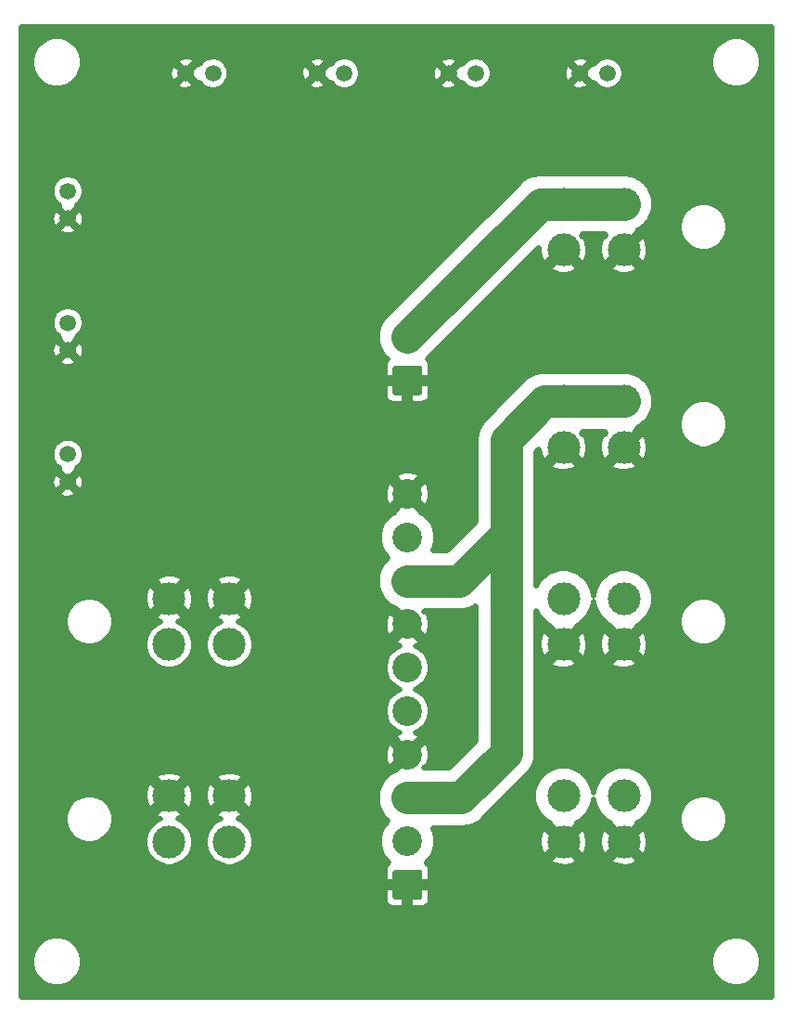
<source format=gbl>
G04 #@! TF.GenerationSoftware,KiCad,Pcbnew,(5.1.4)-1*
G04 #@! TF.CreationDate,2019-11-13T17:45:08+09:00*
G04 #@! TF.ProjectId,PowerDistributionUnit,506f7765-7244-4697-9374-726962757469,rev?*
G04 #@! TF.SameCoordinates,Original*
G04 #@! TF.FileFunction,Copper,L2,Bot*
G04 #@! TF.FilePolarity,Positive*
%FSLAX46Y46*%
G04 Gerber Fmt 4.6, Leading zero omitted, Abs format (unit mm)*
G04 Created by KiCad (PCBNEW (5.1.4)-1) date 2019-11-13 17:45:08*
%MOMM*%
%LPD*%
G04 APERTURE LIST*
%ADD10C,3.000000*%
%ADD11C,2.700000*%
%ADD12C,0.100000*%
%ADD13C,1.500000*%
%ADD14C,3.000000*%
%ADD15C,0.500000*%
G04 APERTURE END LIST*
D10*
X49250000Y-122100000D03*
X49250000Y-117900000D03*
X54750000Y-122100000D03*
X54750000Y-117900000D03*
X90750000Y-81900000D03*
X90750000Y-86100000D03*
X85250000Y-81900000D03*
X85250000Y-86100000D03*
X90750000Y-99900000D03*
X90750000Y-104100000D03*
X85250000Y-99900000D03*
X85250000Y-104100000D03*
X90750000Y-117900000D03*
X90750000Y-122100000D03*
X85250000Y-117900000D03*
X85250000Y-122100000D03*
X90750000Y-135900000D03*
X90750000Y-140100000D03*
X85250000Y-135900000D03*
X85250000Y-140100000D03*
X49250000Y-140100000D03*
X49250000Y-135900000D03*
X54750000Y-140100000D03*
X54750000Y-135900000D03*
D11*
X71000000Y-116280000D03*
X71000000Y-128160000D03*
X71000000Y-120240000D03*
X71000000Y-136080000D03*
X71000000Y-140040000D03*
X71000000Y-108360000D03*
X71000000Y-132120000D03*
X71000000Y-124200000D03*
D12*
G36*
X72123512Y-142651209D02*
G01*
X72147887Y-142654825D01*
X72171790Y-142660812D01*
X72194992Y-142669114D01*
X72217268Y-142679650D01*
X72238404Y-142692318D01*
X72258196Y-142706997D01*
X72276455Y-142723545D01*
X72293003Y-142741804D01*
X72307682Y-142761596D01*
X72320350Y-142782732D01*
X72330886Y-142805008D01*
X72339188Y-142828210D01*
X72345175Y-142852113D01*
X72348791Y-142876488D01*
X72350000Y-142901100D01*
X72350000Y-145098900D01*
X72348791Y-145123512D01*
X72345175Y-145147887D01*
X72339188Y-145171790D01*
X72330886Y-145194992D01*
X72320350Y-145217268D01*
X72307682Y-145238404D01*
X72293003Y-145258196D01*
X72276455Y-145276455D01*
X72258196Y-145293003D01*
X72238404Y-145307682D01*
X72217268Y-145320350D01*
X72194992Y-145330886D01*
X72171790Y-145339188D01*
X72147887Y-145345175D01*
X72123512Y-145348791D01*
X72098900Y-145350000D01*
X69901100Y-145350000D01*
X69876488Y-145348791D01*
X69852113Y-145345175D01*
X69828210Y-145339188D01*
X69805008Y-145330886D01*
X69782732Y-145320350D01*
X69761596Y-145307682D01*
X69741804Y-145293003D01*
X69723545Y-145276455D01*
X69706997Y-145258196D01*
X69692318Y-145238404D01*
X69679650Y-145217268D01*
X69669114Y-145194992D01*
X69660812Y-145171790D01*
X69654825Y-145147887D01*
X69651209Y-145123512D01*
X69650000Y-145098900D01*
X69650000Y-142901100D01*
X69651209Y-142876488D01*
X69654825Y-142852113D01*
X69660812Y-142828210D01*
X69669114Y-142805008D01*
X69679650Y-142782732D01*
X69692318Y-142761596D01*
X69706997Y-142741804D01*
X69723545Y-142723545D01*
X69741804Y-142706997D01*
X69761596Y-142692318D01*
X69782732Y-142679650D01*
X69805008Y-142669114D01*
X69828210Y-142660812D01*
X69852113Y-142654825D01*
X69876488Y-142651209D01*
X69901100Y-142650000D01*
X72098900Y-142650000D01*
X72123512Y-142651209D01*
X72123512Y-142651209D01*
G37*
D11*
X71000000Y-144000000D03*
X71000000Y-112320000D03*
D12*
G36*
X72123512Y-96651209D02*
G01*
X72147887Y-96654825D01*
X72171790Y-96660812D01*
X72194992Y-96669114D01*
X72217268Y-96679650D01*
X72238404Y-96692318D01*
X72258196Y-96706997D01*
X72276455Y-96723545D01*
X72293003Y-96741804D01*
X72307682Y-96761596D01*
X72320350Y-96782732D01*
X72330886Y-96805008D01*
X72339188Y-96828210D01*
X72345175Y-96852113D01*
X72348791Y-96876488D01*
X72350000Y-96901100D01*
X72350000Y-99098900D01*
X72348791Y-99123512D01*
X72345175Y-99147887D01*
X72339188Y-99171790D01*
X72330886Y-99194992D01*
X72320350Y-99217268D01*
X72307682Y-99238404D01*
X72293003Y-99258196D01*
X72276455Y-99276455D01*
X72258196Y-99293003D01*
X72238404Y-99307682D01*
X72217268Y-99320350D01*
X72194992Y-99330886D01*
X72171790Y-99339188D01*
X72147887Y-99345175D01*
X72123512Y-99348791D01*
X72098900Y-99350000D01*
X69901100Y-99350000D01*
X69876488Y-99348791D01*
X69852113Y-99345175D01*
X69828210Y-99339188D01*
X69805008Y-99330886D01*
X69782732Y-99320350D01*
X69761596Y-99307682D01*
X69741804Y-99293003D01*
X69723545Y-99276455D01*
X69706997Y-99258196D01*
X69692318Y-99238404D01*
X69679650Y-99217268D01*
X69669114Y-99194992D01*
X69660812Y-99171790D01*
X69654825Y-99147887D01*
X69651209Y-99123512D01*
X69650000Y-99098900D01*
X69650000Y-96901100D01*
X69651209Y-96876488D01*
X69654825Y-96852113D01*
X69660812Y-96828210D01*
X69669114Y-96805008D01*
X69679650Y-96782732D01*
X69692318Y-96761596D01*
X69706997Y-96741804D01*
X69723545Y-96723545D01*
X69741804Y-96706997D01*
X69761596Y-96692318D01*
X69782732Y-96679650D01*
X69805008Y-96669114D01*
X69828210Y-96660812D01*
X69852113Y-96654825D01*
X69876488Y-96651209D01*
X69901100Y-96650000D01*
X72098900Y-96650000D01*
X72123512Y-96651209D01*
X72123512Y-96651209D01*
G37*
D11*
X71000000Y-98000000D03*
X71000000Y-94040000D03*
D13*
X53250000Y-70000000D03*
X50750000Y-70000000D03*
X86750000Y-70000000D03*
X89250000Y-70000000D03*
X77250000Y-70000000D03*
X74750000Y-70000000D03*
X62750000Y-70000000D03*
X65250000Y-70000000D03*
X40000000Y-92750000D03*
X40000000Y-95250000D03*
X40000000Y-107250000D03*
X40000000Y-104750000D03*
X40000000Y-80750000D03*
X40000000Y-83250000D03*
D14*
X90750000Y-99900000D02*
X85250000Y-99900000D01*
X83529998Y-99900000D02*
X80000000Y-103429998D01*
X85250000Y-99900000D02*
X83529998Y-99900000D01*
X75920000Y-136080000D02*
X71000000Y-136080000D01*
X80000000Y-132000000D02*
X75920000Y-136080000D01*
X75720000Y-116280000D02*
X80000000Y-112000000D01*
X71000000Y-116280000D02*
X75720000Y-116280000D01*
X80000000Y-103429998D02*
X80000000Y-112000000D01*
X80000000Y-112000000D02*
X80000000Y-132000000D01*
X90750000Y-81900000D02*
X85250000Y-81900000D01*
X83140000Y-81900000D02*
X71000000Y-94040000D01*
X85250000Y-81900000D02*
X83140000Y-81900000D01*
D15*
G36*
X104225000Y-154225000D02*
G01*
X35775000Y-154225000D01*
X35775000Y-150768545D01*
X36650000Y-150768545D01*
X36650000Y-151231455D01*
X36740309Y-151685470D01*
X36917457Y-152113143D01*
X37174636Y-152498038D01*
X37501962Y-152825364D01*
X37886857Y-153082543D01*
X38314530Y-153259691D01*
X38768545Y-153350000D01*
X39231455Y-153350000D01*
X39685470Y-153259691D01*
X40113143Y-153082543D01*
X40498038Y-152825364D01*
X40825364Y-152498038D01*
X41082543Y-152113143D01*
X41259691Y-151685470D01*
X41350000Y-151231455D01*
X41350000Y-150768545D01*
X98650000Y-150768545D01*
X98650000Y-151231455D01*
X98740309Y-151685470D01*
X98917457Y-152113143D01*
X99174636Y-152498038D01*
X99501962Y-152825364D01*
X99886857Y-153082543D01*
X100314530Y-153259691D01*
X100768545Y-153350000D01*
X101231455Y-153350000D01*
X101685470Y-153259691D01*
X102113143Y-153082543D01*
X102498038Y-152825364D01*
X102825364Y-152498038D01*
X103082543Y-152113143D01*
X103259691Y-151685470D01*
X103350000Y-151231455D01*
X103350000Y-150768545D01*
X103259691Y-150314530D01*
X103082543Y-149886857D01*
X102825364Y-149501962D01*
X102498038Y-149174636D01*
X102113143Y-148917457D01*
X101685470Y-148740309D01*
X101231455Y-148650000D01*
X100768545Y-148650000D01*
X100314530Y-148740309D01*
X99886857Y-148917457D01*
X99501962Y-149174636D01*
X99174636Y-149501962D01*
X98917457Y-149886857D01*
X98740309Y-150314530D01*
X98650000Y-150768545D01*
X41350000Y-150768545D01*
X41259691Y-150314530D01*
X41082543Y-149886857D01*
X40825364Y-149501962D01*
X40498038Y-149174636D01*
X40113143Y-148917457D01*
X39685470Y-148740309D01*
X39231455Y-148650000D01*
X38768545Y-148650000D01*
X38314530Y-148740309D01*
X37886857Y-148917457D01*
X37501962Y-149174636D01*
X37174636Y-149501962D01*
X36917457Y-149886857D01*
X36740309Y-150314530D01*
X36650000Y-150768545D01*
X35775000Y-150768545D01*
X35775000Y-145350000D01*
X68896371Y-145350000D01*
X68910852Y-145497026D01*
X68953738Y-145638401D01*
X69023380Y-145768694D01*
X69117104Y-145882896D01*
X69231306Y-145976620D01*
X69361599Y-146046262D01*
X69502974Y-146089148D01*
X69650000Y-146103629D01*
X70562500Y-146100000D01*
X70750000Y-145912500D01*
X70750000Y-144250000D01*
X71250000Y-144250000D01*
X71250000Y-145912500D01*
X71437500Y-146100000D01*
X72350000Y-146103629D01*
X72497026Y-146089148D01*
X72638401Y-146046262D01*
X72768694Y-145976620D01*
X72882896Y-145882896D01*
X72976620Y-145768694D01*
X73046262Y-145638401D01*
X73089148Y-145497026D01*
X73103629Y-145350000D01*
X73100000Y-144437500D01*
X72912500Y-144250000D01*
X71250000Y-144250000D01*
X70750000Y-144250000D01*
X69087500Y-144250000D01*
X68900000Y-144437500D01*
X68896371Y-145350000D01*
X35775000Y-145350000D01*
X35775000Y-137778394D01*
X39700000Y-137778394D01*
X39700000Y-138221606D01*
X39786466Y-138656301D01*
X39956076Y-139065775D01*
X40202311Y-139434292D01*
X40515708Y-139747689D01*
X40884225Y-139993924D01*
X41293699Y-140163534D01*
X41728394Y-140250000D01*
X42171606Y-140250000D01*
X42606301Y-140163534D01*
X43015775Y-139993924D01*
X43188677Y-139878394D01*
X47000000Y-139878394D01*
X47000000Y-140321606D01*
X47086466Y-140756301D01*
X47256076Y-141165775D01*
X47502311Y-141534292D01*
X47815708Y-141847689D01*
X48184225Y-142093924D01*
X48593699Y-142263534D01*
X49028394Y-142350000D01*
X49471606Y-142350000D01*
X49906301Y-142263534D01*
X50315775Y-142093924D01*
X50684292Y-141847689D01*
X50997689Y-141534292D01*
X51243924Y-141165775D01*
X51413534Y-140756301D01*
X51500000Y-140321606D01*
X51500000Y-139878394D01*
X52500000Y-139878394D01*
X52500000Y-140321606D01*
X52586466Y-140756301D01*
X52756076Y-141165775D01*
X53002311Y-141534292D01*
X53315708Y-141847689D01*
X53684225Y-142093924D01*
X54093699Y-142263534D01*
X54528394Y-142350000D01*
X54971606Y-142350000D01*
X55406301Y-142263534D01*
X55815775Y-142093924D01*
X56184292Y-141847689D01*
X56497689Y-141534292D01*
X56743924Y-141165775D01*
X56913534Y-140756301D01*
X57000000Y-140321606D01*
X57000000Y-139878394D01*
X56913534Y-139443699D01*
X56743924Y-139034225D01*
X56497689Y-138665708D01*
X56184292Y-138352311D01*
X55815775Y-138106076D01*
X55558768Y-137999620D01*
X55762281Y-137921606D01*
X55868512Y-137864826D01*
X56028633Y-137532186D01*
X54750000Y-136253553D01*
X53471367Y-137532186D01*
X53631488Y-137864826D01*
X53937413Y-138001202D01*
X53684225Y-138106076D01*
X53315708Y-138352311D01*
X53002311Y-138665708D01*
X52756076Y-139034225D01*
X52586466Y-139443699D01*
X52500000Y-139878394D01*
X51500000Y-139878394D01*
X51413534Y-139443699D01*
X51243924Y-139034225D01*
X50997689Y-138665708D01*
X50684292Y-138352311D01*
X50315775Y-138106076D01*
X50058768Y-137999620D01*
X50262281Y-137921606D01*
X50368512Y-137864826D01*
X50528633Y-137532186D01*
X49250000Y-136253553D01*
X47971367Y-137532186D01*
X48131488Y-137864826D01*
X48437413Y-138001202D01*
X48184225Y-138106076D01*
X47815708Y-138352311D01*
X47502311Y-138665708D01*
X47256076Y-139034225D01*
X47086466Y-139443699D01*
X47000000Y-139878394D01*
X43188677Y-139878394D01*
X43384292Y-139747689D01*
X43697689Y-139434292D01*
X43943924Y-139065775D01*
X44113534Y-138656301D01*
X44200000Y-138221606D01*
X44200000Y-137778394D01*
X44113534Y-137343699D01*
X43943924Y-136934225D01*
X43697689Y-136565708D01*
X43384292Y-136252311D01*
X43098858Y-136061590D01*
X46994896Y-136061590D01*
X47069752Y-136498434D01*
X47228394Y-136912281D01*
X47285174Y-137018512D01*
X47617814Y-137178633D01*
X48896447Y-135900000D01*
X49603553Y-135900000D01*
X50882186Y-137178633D01*
X51214826Y-137018512D01*
X51395283Y-136613701D01*
X51493298Y-136181464D01*
X51496492Y-136061590D01*
X52494896Y-136061590D01*
X52569752Y-136498434D01*
X52728394Y-136912281D01*
X52785174Y-137018512D01*
X53117814Y-137178633D01*
X54396447Y-135900000D01*
X55103553Y-135900000D01*
X56382186Y-137178633D01*
X56714826Y-137018512D01*
X56895283Y-136613701D01*
X56993298Y-136181464D01*
X57005104Y-135738410D01*
X56930248Y-135301566D01*
X56771606Y-134887719D01*
X56714826Y-134781488D01*
X56382186Y-134621367D01*
X55103553Y-135900000D01*
X54396447Y-135900000D01*
X53117814Y-134621367D01*
X52785174Y-134781488D01*
X52604717Y-135186299D01*
X52506702Y-135618536D01*
X52494896Y-136061590D01*
X51496492Y-136061590D01*
X51505104Y-135738410D01*
X51430248Y-135301566D01*
X51271606Y-134887719D01*
X51214826Y-134781488D01*
X50882186Y-134621367D01*
X49603553Y-135900000D01*
X48896447Y-135900000D01*
X47617814Y-134621367D01*
X47285174Y-134781488D01*
X47104717Y-135186299D01*
X47006702Y-135618536D01*
X46994896Y-136061590D01*
X43098858Y-136061590D01*
X43015775Y-136006076D01*
X42606301Y-135836466D01*
X42171606Y-135750000D01*
X41728394Y-135750000D01*
X41293699Y-135836466D01*
X40884225Y-136006076D01*
X40515708Y-136252311D01*
X40202311Y-136565708D01*
X39956076Y-136934225D01*
X39786466Y-137343699D01*
X39700000Y-137778394D01*
X35775000Y-137778394D01*
X35775000Y-134267814D01*
X47971367Y-134267814D01*
X49250000Y-135546447D01*
X50528633Y-134267814D01*
X53471367Y-134267814D01*
X54750000Y-135546447D01*
X56028633Y-134267814D01*
X55868512Y-133935174D01*
X55463701Y-133754717D01*
X55031464Y-133656702D01*
X54588410Y-133644896D01*
X54151566Y-133719752D01*
X53737719Y-133878394D01*
X53631488Y-133935174D01*
X53471367Y-134267814D01*
X50528633Y-134267814D01*
X50368512Y-133935174D01*
X49963701Y-133754717D01*
X49531464Y-133656702D01*
X49088410Y-133644896D01*
X48651566Y-133719752D01*
X48237719Y-133878394D01*
X48131488Y-133935174D01*
X47971367Y-134267814D01*
X35775000Y-134267814D01*
X35775000Y-132287546D01*
X68896502Y-132287546D01*
X68969606Y-132694699D01*
X69120737Y-133079767D01*
X69157921Y-133149332D01*
X69475239Y-133291208D01*
X70646447Y-132120000D01*
X69475239Y-130948792D01*
X69157921Y-131090668D01*
X68992503Y-131469819D01*
X68904233Y-131873955D01*
X68896502Y-132287546D01*
X35775000Y-132287546D01*
X35775000Y-119778394D01*
X39700000Y-119778394D01*
X39700000Y-120221606D01*
X39786466Y-120656301D01*
X39956076Y-121065775D01*
X40202311Y-121434292D01*
X40515708Y-121747689D01*
X40884225Y-121993924D01*
X41293699Y-122163534D01*
X41728394Y-122250000D01*
X42171606Y-122250000D01*
X42606301Y-122163534D01*
X43015775Y-121993924D01*
X43188677Y-121878394D01*
X47000000Y-121878394D01*
X47000000Y-122321606D01*
X47086466Y-122756301D01*
X47256076Y-123165775D01*
X47502311Y-123534292D01*
X47815708Y-123847689D01*
X48184225Y-124093924D01*
X48593699Y-124263534D01*
X49028394Y-124350000D01*
X49471606Y-124350000D01*
X49906301Y-124263534D01*
X50315775Y-124093924D01*
X50684292Y-123847689D01*
X50997689Y-123534292D01*
X51243924Y-123165775D01*
X51413534Y-122756301D01*
X51500000Y-122321606D01*
X51500000Y-121878394D01*
X52500000Y-121878394D01*
X52500000Y-122321606D01*
X52586466Y-122756301D01*
X52756076Y-123165775D01*
X53002311Y-123534292D01*
X53315708Y-123847689D01*
X53684225Y-124093924D01*
X54093699Y-124263534D01*
X54528394Y-124350000D01*
X54971606Y-124350000D01*
X55406301Y-124263534D01*
X55815775Y-124093924D01*
X55966567Y-123993168D01*
X68900000Y-123993168D01*
X68900000Y-124406832D01*
X68980702Y-124812547D01*
X69139004Y-125194723D01*
X69368823Y-125538672D01*
X69661328Y-125831177D01*
X70005277Y-126060996D01*
X70292579Y-126180000D01*
X70005277Y-126299004D01*
X69661328Y-126528823D01*
X69368823Y-126821328D01*
X69139004Y-127165277D01*
X68980702Y-127547453D01*
X68900000Y-127953168D01*
X68900000Y-128366832D01*
X68980702Y-128772547D01*
X69139004Y-129154723D01*
X69368823Y-129498672D01*
X69661328Y-129791177D01*
X70005277Y-130020996D01*
X70294682Y-130140871D01*
X70040233Y-130240737D01*
X69970668Y-130277921D01*
X69828792Y-130595239D01*
X71000000Y-131766447D01*
X72171208Y-130595239D01*
X72029332Y-130277921D01*
X71710389Y-130138771D01*
X71994723Y-130020996D01*
X72338672Y-129791177D01*
X72631177Y-129498672D01*
X72860996Y-129154723D01*
X73019298Y-128772547D01*
X73100000Y-128366832D01*
X73100000Y-127953168D01*
X73019298Y-127547453D01*
X72860996Y-127165277D01*
X72631177Y-126821328D01*
X72338672Y-126528823D01*
X71994723Y-126299004D01*
X71707421Y-126180000D01*
X71994723Y-126060996D01*
X72338672Y-125831177D01*
X72631177Y-125538672D01*
X72860996Y-125194723D01*
X73019298Y-124812547D01*
X73100000Y-124406832D01*
X73100000Y-123993168D01*
X73019298Y-123587453D01*
X72860996Y-123205277D01*
X72631177Y-122861328D01*
X72338672Y-122568823D01*
X71994723Y-122339004D01*
X71705318Y-122219129D01*
X71959767Y-122119263D01*
X72029332Y-122082079D01*
X72171208Y-121764761D01*
X71000000Y-120593553D01*
X69828792Y-121764761D01*
X69970668Y-122082079D01*
X70289611Y-122221229D01*
X70005277Y-122339004D01*
X69661328Y-122568823D01*
X69368823Y-122861328D01*
X69139004Y-123205277D01*
X68980702Y-123587453D01*
X68900000Y-123993168D01*
X55966567Y-123993168D01*
X56184292Y-123847689D01*
X56497689Y-123534292D01*
X56743924Y-123165775D01*
X56913534Y-122756301D01*
X57000000Y-122321606D01*
X57000000Y-121878394D01*
X56913534Y-121443699D01*
X56743924Y-121034225D01*
X56497689Y-120665708D01*
X56239527Y-120407546D01*
X68896502Y-120407546D01*
X68969606Y-120814699D01*
X69120737Y-121199767D01*
X69157921Y-121269332D01*
X69475239Y-121411208D01*
X70646447Y-120240000D01*
X69475239Y-119068792D01*
X69157921Y-119210668D01*
X68992503Y-119589819D01*
X68904233Y-119993955D01*
X68896502Y-120407546D01*
X56239527Y-120407546D01*
X56184292Y-120352311D01*
X55815775Y-120106076D01*
X55558768Y-119999620D01*
X55762281Y-119921606D01*
X55868512Y-119864826D01*
X56028633Y-119532186D01*
X54750000Y-118253553D01*
X53471367Y-119532186D01*
X53631488Y-119864826D01*
X53937413Y-120001202D01*
X53684225Y-120106076D01*
X53315708Y-120352311D01*
X53002311Y-120665708D01*
X52756076Y-121034225D01*
X52586466Y-121443699D01*
X52500000Y-121878394D01*
X51500000Y-121878394D01*
X51413534Y-121443699D01*
X51243924Y-121034225D01*
X50997689Y-120665708D01*
X50684292Y-120352311D01*
X50315775Y-120106076D01*
X50058768Y-119999620D01*
X50262281Y-119921606D01*
X50368512Y-119864826D01*
X50528633Y-119532186D01*
X49250000Y-118253553D01*
X47971367Y-119532186D01*
X48131488Y-119864826D01*
X48437413Y-120001202D01*
X48184225Y-120106076D01*
X47815708Y-120352311D01*
X47502311Y-120665708D01*
X47256076Y-121034225D01*
X47086466Y-121443699D01*
X47000000Y-121878394D01*
X43188677Y-121878394D01*
X43384292Y-121747689D01*
X43697689Y-121434292D01*
X43943924Y-121065775D01*
X44113534Y-120656301D01*
X44200000Y-120221606D01*
X44200000Y-119778394D01*
X44113534Y-119343699D01*
X43943924Y-118934225D01*
X43697689Y-118565708D01*
X43384292Y-118252311D01*
X43098858Y-118061590D01*
X46994896Y-118061590D01*
X47069752Y-118498434D01*
X47228394Y-118912281D01*
X47285174Y-119018512D01*
X47617814Y-119178633D01*
X48896447Y-117900000D01*
X49603553Y-117900000D01*
X50882186Y-119178633D01*
X51214826Y-119018512D01*
X51395283Y-118613701D01*
X51493298Y-118181464D01*
X51496492Y-118061590D01*
X52494896Y-118061590D01*
X52569752Y-118498434D01*
X52728394Y-118912281D01*
X52785174Y-119018512D01*
X53117814Y-119178633D01*
X54396447Y-117900000D01*
X55103553Y-117900000D01*
X56382186Y-119178633D01*
X56714826Y-119018512D01*
X56895283Y-118613701D01*
X56993298Y-118181464D01*
X57005104Y-117738410D01*
X56930248Y-117301566D01*
X56771606Y-116887719D01*
X56714826Y-116781488D01*
X56382186Y-116621367D01*
X55103553Y-117900000D01*
X54396447Y-117900000D01*
X53117814Y-116621367D01*
X52785174Y-116781488D01*
X52604717Y-117186299D01*
X52506702Y-117618536D01*
X52494896Y-118061590D01*
X51496492Y-118061590D01*
X51505104Y-117738410D01*
X51430248Y-117301566D01*
X51271606Y-116887719D01*
X51214826Y-116781488D01*
X50882186Y-116621367D01*
X49603553Y-117900000D01*
X48896447Y-117900000D01*
X47617814Y-116621367D01*
X47285174Y-116781488D01*
X47104717Y-117186299D01*
X47006702Y-117618536D01*
X46994896Y-118061590D01*
X43098858Y-118061590D01*
X43015775Y-118006076D01*
X42606301Y-117836466D01*
X42171606Y-117750000D01*
X41728394Y-117750000D01*
X41293699Y-117836466D01*
X40884225Y-118006076D01*
X40515708Y-118252311D01*
X40202311Y-118565708D01*
X39956076Y-118934225D01*
X39786466Y-119343699D01*
X39700000Y-119778394D01*
X35775000Y-119778394D01*
X35775000Y-116267814D01*
X47971367Y-116267814D01*
X49250000Y-117546447D01*
X50528633Y-116267814D01*
X53471367Y-116267814D01*
X54750000Y-117546447D01*
X56016447Y-116280000D01*
X68236694Y-116280000D01*
X68289790Y-116819094D01*
X68447038Y-117337471D01*
X68702395Y-117815211D01*
X69046048Y-118233952D01*
X69464789Y-118577605D01*
X69942529Y-118832962D01*
X69948251Y-118834698D01*
X71000000Y-119886447D01*
X71014143Y-119872305D01*
X71367696Y-120225858D01*
X71353553Y-120240000D01*
X72524761Y-121411208D01*
X72842079Y-121269332D01*
X73007497Y-120890181D01*
X73095767Y-120486045D01*
X73103498Y-120072454D01*
X73030394Y-119665301D01*
X72879263Y-119280233D01*
X72842079Y-119210668D01*
X72524764Y-119068793D01*
X72563557Y-119030000D01*
X75584909Y-119030000D01*
X75720000Y-119043305D01*
X75855091Y-119030000D01*
X75855098Y-119030000D01*
X76259094Y-118990210D01*
X76777471Y-118832962D01*
X77250000Y-118580390D01*
X77250001Y-130860911D01*
X74780914Y-133330000D01*
X72563557Y-133330000D01*
X72524764Y-133291207D01*
X72842079Y-133149332D01*
X73007497Y-132770181D01*
X73095767Y-132366045D01*
X73103498Y-131952454D01*
X73030394Y-131545301D01*
X72879263Y-131160233D01*
X72842079Y-131090668D01*
X72524761Y-130948792D01*
X71353553Y-132120000D01*
X71367696Y-132134143D01*
X71014143Y-132487696D01*
X71000000Y-132473553D01*
X69948251Y-133525302D01*
X69942529Y-133527038D01*
X69464789Y-133782395D01*
X69046048Y-134126048D01*
X68702395Y-134544789D01*
X68447038Y-135022529D01*
X68289790Y-135540906D01*
X68236694Y-136080000D01*
X68289790Y-136619094D01*
X68447038Y-137137471D01*
X68702395Y-137615211D01*
X69046048Y-138033952D01*
X69201509Y-138161536D01*
X68980448Y-138382597D01*
X68695910Y-138808438D01*
X68499917Y-139281608D01*
X68400000Y-139783922D01*
X68400000Y-140296078D01*
X68499917Y-140798392D01*
X68695910Y-141271562D01*
X68980448Y-141697403D01*
X69280259Y-141997214D01*
X69231306Y-142023380D01*
X69117104Y-142117104D01*
X69023380Y-142231306D01*
X68953738Y-142361599D01*
X68910852Y-142502974D01*
X68896371Y-142650000D01*
X68900000Y-143562500D01*
X69087500Y-143750000D01*
X70750000Y-143750000D01*
X70750000Y-143730000D01*
X71250000Y-143730000D01*
X71250000Y-143750000D01*
X72912500Y-143750000D01*
X73100000Y-143562500D01*
X73103629Y-142650000D01*
X73089148Y-142502974D01*
X73046262Y-142361599D01*
X72976620Y-142231306D01*
X72882896Y-142117104D01*
X72768694Y-142023380D01*
X72719741Y-141997214D01*
X72984769Y-141732186D01*
X83971367Y-141732186D01*
X84131488Y-142064826D01*
X84536299Y-142245283D01*
X84968536Y-142343298D01*
X85411590Y-142355104D01*
X85848434Y-142280248D01*
X86262281Y-142121606D01*
X86368512Y-142064826D01*
X86528633Y-141732186D01*
X89471367Y-141732186D01*
X89631488Y-142064826D01*
X90036299Y-142245283D01*
X90468536Y-142343298D01*
X90911590Y-142355104D01*
X91348434Y-142280248D01*
X91762281Y-142121606D01*
X91868512Y-142064826D01*
X92028633Y-141732186D01*
X90750000Y-140453553D01*
X89471367Y-141732186D01*
X86528633Y-141732186D01*
X85250000Y-140453553D01*
X83971367Y-141732186D01*
X72984769Y-141732186D01*
X73019552Y-141697403D01*
X73304090Y-141271562D01*
X73500083Y-140798392D01*
X73600000Y-140296078D01*
X73600000Y-140261590D01*
X82994896Y-140261590D01*
X83069752Y-140698434D01*
X83228394Y-141112281D01*
X83285174Y-141218512D01*
X83617814Y-141378633D01*
X84896447Y-140100000D01*
X85603553Y-140100000D01*
X86882186Y-141378633D01*
X87214826Y-141218512D01*
X87395283Y-140813701D01*
X87493298Y-140381464D01*
X87496492Y-140261590D01*
X88494896Y-140261590D01*
X88569752Y-140698434D01*
X88728394Y-141112281D01*
X88785174Y-141218512D01*
X89117814Y-141378633D01*
X90396447Y-140100000D01*
X91103553Y-140100000D01*
X92382186Y-141378633D01*
X92714826Y-141218512D01*
X92895283Y-140813701D01*
X92993298Y-140381464D01*
X93005104Y-139938410D01*
X92930248Y-139501566D01*
X92771606Y-139087719D01*
X92714826Y-138981488D01*
X92382186Y-138821367D01*
X91103553Y-140100000D01*
X90396447Y-140100000D01*
X89117814Y-138821367D01*
X88785174Y-138981488D01*
X88604717Y-139386299D01*
X88506702Y-139818536D01*
X88494896Y-140261590D01*
X87496492Y-140261590D01*
X87505104Y-139938410D01*
X87430248Y-139501566D01*
X87271606Y-139087719D01*
X87214826Y-138981488D01*
X86882186Y-138821367D01*
X85603553Y-140100000D01*
X84896447Y-140100000D01*
X83617814Y-138821367D01*
X83285174Y-138981488D01*
X83104717Y-139386299D01*
X83006702Y-139818536D01*
X82994896Y-140261590D01*
X73600000Y-140261590D01*
X73600000Y-139783922D01*
X73500083Y-139281608D01*
X73313021Y-138830000D01*
X75784909Y-138830000D01*
X75920000Y-138843305D01*
X76055091Y-138830000D01*
X76055098Y-138830000D01*
X76459094Y-138790210D01*
X76977471Y-138632962D01*
X77455211Y-138377605D01*
X77873952Y-138033952D01*
X77960075Y-137929011D01*
X80259938Y-135629149D01*
X82500000Y-135629149D01*
X82500000Y-136170851D01*
X82605681Y-136702145D01*
X82812982Y-137202613D01*
X83113936Y-137653023D01*
X83496977Y-138036064D01*
X83947387Y-138337018D01*
X84019874Y-138367043D01*
X83971367Y-138467814D01*
X85250000Y-139746447D01*
X86528633Y-138467814D01*
X86480126Y-138367043D01*
X86552613Y-138337018D01*
X87003023Y-138036064D01*
X87386064Y-137653023D01*
X87687018Y-137202613D01*
X87894319Y-136702145D01*
X88000000Y-136170851D01*
X88105681Y-136702145D01*
X88312982Y-137202613D01*
X88613936Y-137653023D01*
X88996977Y-138036064D01*
X89447387Y-138337018D01*
X89519874Y-138367043D01*
X89471367Y-138467814D01*
X90750000Y-139746447D01*
X92028633Y-138467814D01*
X91980126Y-138367043D01*
X92052613Y-138337018D01*
X92503023Y-138036064D01*
X92760693Y-137778394D01*
X95800000Y-137778394D01*
X95800000Y-138221606D01*
X95886466Y-138656301D01*
X96056076Y-139065775D01*
X96302311Y-139434292D01*
X96615708Y-139747689D01*
X96984225Y-139993924D01*
X97393699Y-140163534D01*
X97828394Y-140250000D01*
X98271606Y-140250000D01*
X98706301Y-140163534D01*
X99115775Y-139993924D01*
X99484292Y-139747689D01*
X99797689Y-139434292D01*
X100043924Y-139065775D01*
X100213534Y-138656301D01*
X100300000Y-138221606D01*
X100300000Y-137778394D01*
X100213534Y-137343699D01*
X100043924Y-136934225D01*
X99797689Y-136565708D01*
X99484292Y-136252311D01*
X99115775Y-136006076D01*
X98706301Y-135836466D01*
X98271606Y-135750000D01*
X97828394Y-135750000D01*
X97393699Y-135836466D01*
X96984225Y-136006076D01*
X96615708Y-136252311D01*
X96302311Y-136565708D01*
X96056076Y-136934225D01*
X95886466Y-137343699D01*
X95800000Y-137778394D01*
X92760693Y-137778394D01*
X92886064Y-137653023D01*
X93187018Y-137202613D01*
X93394319Y-136702145D01*
X93500000Y-136170851D01*
X93500000Y-135629149D01*
X93394319Y-135097855D01*
X93187018Y-134597387D01*
X92886064Y-134146977D01*
X92503023Y-133763936D01*
X92052613Y-133462982D01*
X91552145Y-133255681D01*
X91020851Y-133150000D01*
X90479149Y-133150000D01*
X89947855Y-133255681D01*
X89447387Y-133462982D01*
X88996977Y-133763936D01*
X88613936Y-134146977D01*
X88312982Y-134597387D01*
X88105681Y-135097855D01*
X88000000Y-135629149D01*
X87894319Y-135097855D01*
X87687018Y-134597387D01*
X87386064Y-134146977D01*
X87003023Y-133763936D01*
X86552613Y-133462982D01*
X86052145Y-133255681D01*
X85520851Y-133150000D01*
X84979149Y-133150000D01*
X84447855Y-133255681D01*
X83947387Y-133462982D01*
X83496977Y-133763936D01*
X83113936Y-134146977D01*
X82812982Y-134597387D01*
X82605681Y-135097855D01*
X82500000Y-135629149D01*
X80259938Y-135629149D01*
X81849021Y-134040067D01*
X81953952Y-133953952D01*
X82040067Y-133849021D01*
X82040072Y-133849016D01*
X82297604Y-133535212D01*
X82301974Y-133527038D01*
X82552962Y-133057471D01*
X82710210Y-132539094D01*
X82750000Y-132135098D01*
X82750000Y-132135089D01*
X82763305Y-132000001D01*
X82750000Y-131864913D01*
X82750000Y-123732186D01*
X83971367Y-123732186D01*
X84131488Y-124064826D01*
X84536299Y-124245283D01*
X84968536Y-124343298D01*
X85411590Y-124355104D01*
X85848434Y-124280248D01*
X86262281Y-124121606D01*
X86368512Y-124064826D01*
X86528633Y-123732186D01*
X89471367Y-123732186D01*
X89631488Y-124064826D01*
X90036299Y-124245283D01*
X90468536Y-124343298D01*
X90911590Y-124355104D01*
X91348434Y-124280248D01*
X91762281Y-124121606D01*
X91868512Y-124064826D01*
X92028633Y-123732186D01*
X90750000Y-122453553D01*
X89471367Y-123732186D01*
X86528633Y-123732186D01*
X85250000Y-122453553D01*
X83971367Y-123732186D01*
X82750000Y-123732186D01*
X82750000Y-122261590D01*
X82994896Y-122261590D01*
X83069752Y-122698434D01*
X83228394Y-123112281D01*
X83285174Y-123218512D01*
X83617814Y-123378633D01*
X84896447Y-122100000D01*
X85603553Y-122100000D01*
X86882186Y-123378633D01*
X87214826Y-123218512D01*
X87395283Y-122813701D01*
X87493298Y-122381464D01*
X87496492Y-122261590D01*
X88494896Y-122261590D01*
X88569752Y-122698434D01*
X88728394Y-123112281D01*
X88785174Y-123218512D01*
X89117814Y-123378633D01*
X90396447Y-122100000D01*
X91103553Y-122100000D01*
X92382186Y-123378633D01*
X92714826Y-123218512D01*
X92895283Y-122813701D01*
X92993298Y-122381464D01*
X93005104Y-121938410D01*
X92930248Y-121501566D01*
X92771606Y-121087719D01*
X92714826Y-120981488D01*
X92382186Y-120821367D01*
X91103553Y-122100000D01*
X90396447Y-122100000D01*
X89117814Y-120821367D01*
X88785174Y-120981488D01*
X88604717Y-121386299D01*
X88506702Y-121818536D01*
X88494896Y-122261590D01*
X87496492Y-122261590D01*
X87505104Y-121938410D01*
X87430248Y-121501566D01*
X87271606Y-121087719D01*
X87214826Y-120981488D01*
X86882186Y-120821367D01*
X85603553Y-122100000D01*
X84896447Y-122100000D01*
X83617814Y-120821367D01*
X83285174Y-120981488D01*
X83104717Y-121386299D01*
X83006702Y-121818536D01*
X82994896Y-122261590D01*
X82750000Y-122261590D01*
X82750000Y-119050561D01*
X82812982Y-119202613D01*
X83113936Y-119653023D01*
X83496977Y-120036064D01*
X83947387Y-120337018D01*
X84019874Y-120367043D01*
X83971367Y-120467814D01*
X85250000Y-121746447D01*
X86528633Y-120467814D01*
X86480126Y-120367043D01*
X86552613Y-120337018D01*
X87003023Y-120036064D01*
X87386064Y-119653023D01*
X87687018Y-119202613D01*
X87894319Y-118702145D01*
X88000000Y-118170851D01*
X88105681Y-118702145D01*
X88312982Y-119202613D01*
X88613936Y-119653023D01*
X88996977Y-120036064D01*
X89447387Y-120337018D01*
X89519874Y-120367043D01*
X89471367Y-120467814D01*
X90750000Y-121746447D01*
X92028633Y-120467814D01*
X91980126Y-120367043D01*
X92052613Y-120337018D01*
X92503023Y-120036064D01*
X92760693Y-119778394D01*
X95800000Y-119778394D01*
X95800000Y-120221606D01*
X95886466Y-120656301D01*
X96056076Y-121065775D01*
X96302311Y-121434292D01*
X96615708Y-121747689D01*
X96984225Y-121993924D01*
X97393699Y-122163534D01*
X97828394Y-122250000D01*
X98271606Y-122250000D01*
X98706301Y-122163534D01*
X99115775Y-121993924D01*
X99484292Y-121747689D01*
X99797689Y-121434292D01*
X100043924Y-121065775D01*
X100213534Y-120656301D01*
X100300000Y-120221606D01*
X100300000Y-119778394D01*
X100213534Y-119343699D01*
X100043924Y-118934225D01*
X99797689Y-118565708D01*
X99484292Y-118252311D01*
X99115775Y-118006076D01*
X98706301Y-117836466D01*
X98271606Y-117750000D01*
X97828394Y-117750000D01*
X97393699Y-117836466D01*
X96984225Y-118006076D01*
X96615708Y-118252311D01*
X96302311Y-118565708D01*
X96056076Y-118934225D01*
X95886466Y-119343699D01*
X95800000Y-119778394D01*
X92760693Y-119778394D01*
X92886064Y-119653023D01*
X93187018Y-119202613D01*
X93394319Y-118702145D01*
X93500000Y-118170851D01*
X93500000Y-117629149D01*
X93394319Y-117097855D01*
X93187018Y-116597387D01*
X92886064Y-116146977D01*
X92503023Y-115763936D01*
X92052613Y-115462982D01*
X91552145Y-115255681D01*
X91020851Y-115150000D01*
X90479149Y-115150000D01*
X89947855Y-115255681D01*
X89447387Y-115462982D01*
X88996977Y-115763936D01*
X88613936Y-116146977D01*
X88312982Y-116597387D01*
X88105681Y-117097855D01*
X88000000Y-117629149D01*
X87894319Y-117097855D01*
X87687018Y-116597387D01*
X87386064Y-116146977D01*
X87003023Y-115763936D01*
X86552613Y-115462982D01*
X86052145Y-115255681D01*
X85520851Y-115150000D01*
X84979149Y-115150000D01*
X84447855Y-115255681D01*
X83947387Y-115462982D01*
X83496977Y-115763936D01*
X83113936Y-116146977D01*
X82812982Y-116597387D01*
X82750000Y-116749439D01*
X82750000Y-112135092D01*
X82763305Y-112000001D01*
X82750000Y-111864910D01*
X82750000Y-105732186D01*
X83971367Y-105732186D01*
X84131488Y-106064826D01*
X84536299Y-106245283D01*
X84968536Y-106343298D01*
X85411590Y-106355104D01*
X85848434Y-106280248D01*
X86262281Y-106121606D01*
X86368512Y-106064826D01*
X86528633Y-105732186D01*
X89471367Y-105732186D01*
X89631488Y-106064826D01*
X90036299Y-106245283D01*
X90468536Y-106343298D01*
X90911590Y-106355104D01*
X91348434Y-106280248D01*
X91762281Y-106121606D01*
X91868512Y-106064826D01*
X92028633Y-105732186D01*
X90750000Y-104453553D01*
X89471367Y-105732186D01*
X86528633Y-105732186D01*
X85250000Y-104453553D01*
X83971367Y-105732186D01*
X82750000Y-105732186D01*
X82750000Y-104569084D01*
X83004053Y-104315031D01*
X83069752Y-104698434D01*
X83228394Y-105112281D01*
X83285174Y-105218512D01*
X83617814Y-105378633D01*
X84896447Y-104100000D01*
X84882305Y-104085858D01*
X85235858Y-103732305D01*
X85250000Y-103746447D01*
X85264143Y-103732305D01*
X85617696Y-104085858D01*
X85603553Y-104100000D01*
X86882186Y-105378633D01*
X87214826Y-105218512D01*
X87395283Y-104813701D01*
X87493298Y-104381464D01*
X87505104Y-103938410D01*
X87430248Y-103501566D01*
X87271606Y-103087719D01*
X87214826Y-102981488D01*
X86882188Y-102821368D01*
X87024611Y-102678945D01*
X86995666Y-102650000D01*
X89004334Y-102650000D01*
X88975389Y-102678945D01*
X89117812Y-102821368D01*
X88785174Y-102981488D01*
X88604717Y-103386299D01*
X88506702Y-103818536D01*
X88494896Y-104261590D01*
X88569752Y-104698434D01*
X88728394Y-105112281D01*
X88785174Y-105218512D01*
X89117814Y-105378633D01*
X90396447Y-104100000D01*
X91103553Y-104100000D01*
X92382186Y-105378633D01*
X92714826Y-105218512D01*
X92895283Y-104813701D01*
X92993298Y-104381464D01*
X93005104Y-103938410D01*
X92930248Y-103501566D01*
X92771606Y-103087719D01*
X92714826Y-102981488D01*
X92382186Y-102821367D01*
X91103553Y-104100000D01*
X90396447Y-104100000D01*
X90382305Y-104085858D01*
X90735858Y-103732305D01*
X90750000Y-103746447D01*
X92028633Y-102467814D01*
X91980126Y-102367043D01*
X92052613Y-102337018D01*
X92165482Y-102261601D01*
X92285211Y-102197605D01*
X92390152Y-102111482D01*
X92503023Y-102036064D01*
X92599016Y-101940071D01*
X92703952Y-101853952D01*
X92765961Y-101778394D01*
X95800000Y-101778394D01*
X95800000Y-102221606D01*
X95886466Y-102656301D01*
X96056076Y-103065775D01*
X96302311Y-103434292D01*
X96615708Y-103747689D01*
X96984225Y-103993924D01*
X97393699Y-104163534D01*
X97828394Y-104250000D01*
X98271606Y-104250000D01*
X98706301Y-104163534D01*
X99115775Y-103993924D01*
X99484292Y-103747689D01*
X99797689Y-103434292D01*
X100043924Y-103065775D01*
X100213534Y-102656301D01*
X100300000Y-102221606D01*
X100300000Y-101778394D01*
X100213534Y-101343699D01*
X100043924Y-100934225D01*
X99797689Y-100565708D01*
X99484292Y-100252311D01*
X99115775Y-100006076D01*
X98706301Y-99836466D01*
X98271606Y-99750000D01*
X97828394Y-99750000D01*
X97393699Y-99836466D01*
X96984225Y-100006076D01*
X96615708Y-100252311D01*
X96302311Y-100565708D01*
X96056076Y-100934225D01*
X95886466Y-101343699D01*
X95800000Y-101778394D01*
X92765961Y-101778394D01*
X92790072Y-101749015D01*
X92886064Y-101653023D01*
X92961482Y-101540152D01*
X93047605Y-101435211D01*
X93111601Y-101315482D01*
X93187018Y-101202613D01*
X93238967Y-101077198D01*
X93302962Y-100957471D01*
X93342369Y-100827562D01*
X93394319Y-100702145D01*
X93420803Y-100569002D01*
X93460210Y-100439094D01*
X93473516Y-100303994D01*
X93500000Y-100170851D01*
X93500000Y-100035098D01*
X93513306Y-99900000D01*
X93500000Y-99764902D01*
X93500000Y-99629149D01*
X93473516Y-99496006D01*
X93460210Y-99360906D01*
X93420803Y-99230998D01*
X93394319Y-99097855D01*
X93342369Y-98972438D01*
X93302962Y-98842529D01*
X93238967Y-98722802D01*
X93187018Y-98597387D01*
X93111601Y-98484518D01*
X93047605Y-98364789D01*
X92961482Y-98259848D01*
X92886064Y-98146977D01*
X92790071Y-98050984D01*
X92703952Y-97946048D01*
X92599015Y-97859928D01*
X92503023Y-97763936D01*
X92390152Y-97688518D01*
X92285211Y-97602395D01*
X92165482Y-97538399D01*
X92052613Y-97462982D01*
X91927198Y-97411033D01*
X91807471Y-97347038D01*
X91677562Y-97307631D01*
X91552145Y-97255681D01*
X91419002Y-97229197D01*
X91289094Y-97189790D01*
X91153995Y-97176484D01*
X91020851Y-97150000D01*
X83665088Y-97150000D01*
X83529997Y-97136695D01*
X83394906Y-97150000D01*
X83394900Y-97150000D01*
X83046962Y-97184269D01*
X82990903Y-97189790D01*
X82833655Y-97237491D01*
X82472527Y-97347038D01*
X81994787Y-97602395D01*
X81576046Y-97946048D01*
X81489927Y-98050984D01*
X78150985Y-101389927D01*
X78046048Y-101476047D01*
X77702395Y-101894788D01*
X77447038Y-102372528D01*
X77289790Y-102890905D01*
X77250000Y-103294901D01*
X77250000Y-103294907D01*
X77236695Y-103429998D01*
X77250000Y-103565089D01*
X77250001Y-110860912D01*
X74580914Y-113530000D01*
X73313021Y-113530000D01*
X73500083Y-113078392D01*
X73600000Y-112576078D01*
X73600000Y-112063922D01*
X73500083Y-111561608D01*
X73304090Y-111088438D01*
X73019552Y-110662597D01*
X72657403Y-110300448D01*
X72231562Y-110015910D01*
X72131164Y-109974324D01*
X72171208Y-109884761D01*
X71000000Y-108713553D01*
X69828792Y-109884761D01*
X69868836Y-109974324D01*
X69768438Y-110015910D01*
X69342597Y-110300448D01*
X68980448Y-110662597D01*
X68695910Y-111088438D01*
X68499917Y-111561608D01*
X68400000Y-112063922D01*
X68400000Y-112576078D01*
X68499917Y-113078392D01*
X68695910Y-113551562D01*
X68980448Y-113977403D01*
X69201509Y-114198464D01*
X69046048Y-114326048D01*
X68702395Y-114744789D01*
X68447038Y-115222529D01*
X68289790Y-115740906D01*
X68236694Y-116280000D01*
X56016447Y-116280000D01*
X56028633Y-116267814D01*
X55868512Y-115935174D01*
X55463701Y-115754717D01*
X55031464Y-115656702D01*
X54588410Y-115644896D01*
X54151566Y-115719752D01*
X53737719Y-115878394D01*
X53631488Y-115935174D01*
X53471367Y-116267814D01*
X50528633Y-116267814D01*
X50368512Y-115935174D01*
X49963701Y-115754717D01*
X49531464Y-115656702D01*
X49088410Y-115644896D01*
X48651566Y-115719752D01*
X48237719Y-115878394D01*
X48131488Y-115935174D01*
X47971367Y-116267814D01*
X35775000Y-116267814D01*
X35775000Y-108251238D01*
X39140184Y-108251238D01*
X39196909Y-108525489D01*
X39461176Y-108657656D01*
X39746150Y-108735728D01*
X40040879Y-108756703D01*
X40334037Y-108719777D01*
X40614358Y-108626369D01*
X40799242Y-108527546D01*
X68896502Y-108527546D01*
X68969606Y-108934699D01*
X69120737Y-109319767D01*
X69157921Y-109389332D01*
X69475239Y-109531208D01*
X70646447Y-108360000D01*
X71353553Y-108360000D01*
X72524761Y-109531208D01*
X72842079Y-109389332D01*
X73007497Y-109010181D01*
X73095767Y-108606045D01*
X73103498Y-108192454D01*
X73030394Y-107785301D01*
X72879263Y-107400233D01*
X72842079Y-107330668D01*
X72524761Y-107188792D01*
X71353553Y-108360000D01*
X70646447Y-108360000D01*
X69475239Y-107188792D01*
X69157921Y-107330668D01*
X68992503Y-107709819D01*
X68904233Y-108113955D01*
X68896502Y-108527546D01*
X40799242Y-108527546D01*
X40803091Y-108525489D01*
X40859816Y-108251238D01*
X40000000Y-107391421D01*
X39140184Y-108251238D01*
X35775000Y-108251238D01*
X35775000Y-107290879D01*
X38493297Y-107290879D01*
X38530223Y-107584037D01*
X38623631Y-107864358D01*
X38724511Y-108053091D01*
X38998762Y-108109816D01*
X39858579Y-107250000D01*
X40141421Y-107250000D01*
X41001238Y-108109816D01*
X41275489Y-108053091D01*
X41407656Y-107788824D01*
X41485728Y-107503850D01*
X41506703Y-107209121D01*
X41469777Y-106915963D01*
X41442879Y-106835239D01*
X69828792Y-106835239D01*
X71000000Y-108006447D01*
X72171208Y-106835239D01*
X72029332Y-106517921D01*
X71650181Y-106352503D01*
X71246045Y-106264233D01*
X70832454Y-106256502D01*
X70425301Y-106329606D01*
X70040233Y-106480737D01*
X69970668Y-106517921D01*
X69828792Y-106835239D01*
X41442879Y-106835239D01*
X41376369Y-106635642D01*
X41275489Y-106446909D01*
X41001238Y-106390184D01*
X40141421Y-107250000D01*
X39858579Y-107250000D01*
X38998762Y-106390184D01*
X38724511Y-106446909D01*
X38592344Y-106711176D01*
X38514272Y-106996150D01*
X38493297Y-107290879D01*
X35775000Y-107290879D01*
X35775000Y-104602263D01*
X38500000Y-104602263D01*
X38500000Y-104897737D01*
X38557644Y-105187534D01*
X38670717Y-105460517D01*
X38834874Y-105706194D01*
X39043806Y-105915126D01*
X39189110Y-106012216D01*
X39140184Y-106248762D01*
X40000000Y-107108579D01*
X40859816Y-106248762D01*
X40810890Y-106012216D01*
X40956194Y-105915126D01*
X41165126Y-105706194D01*
X41329283Y-105460517D01*
X41442356Y-105187534D01*
X41500000Y-104897737D01*
X41500000Y-104602263D01*
X41442356Y-104312466D01*
X41329283Y-104039483D01*
X41165126Y-103793806D01*
X40956194Y-103584874D01*
X40710517Y-103420717D01*
X40437534Y-103307644D01*
X40147737Y-103250000D01*
X39852263Y-103250000D01*
X39562466Y-103307644D01*
X39289483Y-103420717D01*
X39043806Y-103584874D01*
X38834874Y-103793806D01*
X38670717Y-104039483D01*
X38557644Y-104312466D01*
X38500000Y-104602263D01*
X35775000Y-104602263D01*
X35775000Y-99350000D01*
X68896371Y-99350000D01*
X68910852Y-99497026D01*
X68953738Y-99638401D01*
X69023380Y-99768694D01*
X69117104Y-99882896D01*
X69231306Y-99976620D01*
X69361599Y-100046262D01*
X69502974Y-100089148D01*
X69650000Y-100103629D01*
X70562500Y-100100000D01*
X70750000Y-99912500D01*
X70750000Y-98250000D01*
X71250000Y-98250000D01*
X71250000Y-99912500D01*
X71437500Y-100100000D01*
X72350000Y-100103629D01*
X72497026Y-100089148D01*
X72638401Y-100046262D01*
X72768694Y-99976620D01*
X72882896Y-99882896D01*
X72976620Y-99768694D01*
X73046262Y-99638401D01*
X73089148Y-99497026D01*
X73103629Y-99350000D01*
X73100000Y-98437500D01*
X72912500Y-98250000D01*
X71250000Y-98250000D01*
X70750000Y-98250000D01*
X69087500Y-98250000D01*
X68900000Y-98437500D01*
X68896371Y-99350000D01*
X35775000Y-99350000D01*
X35775000Y-96251238D01*
X39140184Y-96251238D01*
X39196909Y-96525489D01*
X39461176Y-96657656D01*
X39746150Y-96735728D01*
X40040879Y-96756703D01*
X40334037Y-96719777D01*
X40614358Y-96626369D01*
X40803091Y-96525489D01*
X40859816Y-96251238D01*
X40000000Y-95391421D01*
X39140184Y-96251238D01*
X35775000Y-96251238D01*
X35775000Y-95290879D01*
X38493297Y-95290879D01*
X38530223Y-95584037D01*
X38623631Y-95864358D01*
X38724511Y-96053091D01*
X38998762Y-96109816D01*
X39858579Y-95250000D01*
X40141421Y-95250000D01*
X41001238Y-96109816D01*
X41275489Y-96053091D01*
X41407656Y-95788824D01*
X41485728Y-95503850D01*
X41506703Y-95209121D01*
X41469777Y-94915963D01*
X41376369Y-94635642D01*
X41275489Y-94446909D01*
X41001238Y-94390184D01*
X40141421Y-95250000D01*
X39858579Y-95250000D01*
X38998762Y-94390184D01*
X38724511Y-94446909D01*
X38592344Y-94711176D01*
X38514272Y-94996150D01*
X38493297Y-95290879D01*
X35775000Y-95290879D01*
X35775000Y-92602263D01*
X38500000Y-92602263D01*
X38500000Y-92897737D01*
X38557644Y-93187534D01*
X38670717Y-93460517D01*
X38834874Y-93706194D01*
X39043806Y-93915126D01*
X39189110Y-94012216D01*
X39140184Y-94248762D01*
X40000000Y-95108579D01*
X40859816Y-94248762D01*
X40816637Y-94040000D01*
X68236695Y-94040000D01*
X68289790Y-94579093D01*
X68447039Y-95097471D01*
X68702396Y-95575210D01*
X69046048Y-95993952D01*
X69156607Y-96084685D01*
X69117104Y-96117104D01*
X69023380Y-96231306D01*
X68953738Y-96361599D01*
X68910852Y-96502974D01*
X68896371Y-96650000D01*
X68900000Y-97562500D01*
X69087500Y-97750000D01*
X70750000Y-97750000D01*
X70750000Y-97730000D01*
X71250000Y-97730000D01*
X71250000Y-97750000D01*
X72912500Y-97750000D01*
X73100000Y-97562500D01*
X73103629Y-96650000D01*
X73089148Y-96502974D01*
X73046262Y-96361599D01*
X72976620Y-96231306D01*
X72882896Y-96117104D01*
X72843393Y-96084685D01*
X72849014Y-96080072D01*
X81196900Y-87732186D01*
X83971367Y-87732186D01*
X84131488Y-88064826D01*
X84536299Y-88245283D01*
X84968536Y-88343298D01*
X85411590Y-88355104D01*
X85848434Y-88280248D01*
X86262281Y-88121606D01*
X86368512Y-88064826D01*
X86528633Y-87732186D01*
X89471367Y-87732186D01*
X89631488Y-88064826D01*
X90036299Y-88245283D01*
X90468536Y-88343298D01*
X90911590Y-88355104D01*
X91348434Y-88280248D01*
X91762281Y-88121606D01*
X91868512Y-88064826D01*
X92028633Y-87732186D01*
X90750000Y-86453553D01*
X89471367Y-87732186D01*
X86528633Y-87732186D01*
X85250000Y-86453553D01*
X83971367Y-87732186D01*
X81196900Y-87732186D01*
X83003859Y-85925228D01*
X82994896Y-86261590D01*
X83069752Y-86698434D01*
X83228394Y-87112281D01*
X83285174Y-87218512D01*
X83617814Y-87378633D01*
X84896447Y-86100000D01*
X84882305Y-86085858D01*
X85235858Y-85732305D01*
X85250000Y-85746447D01*
X85264143Y-85732305D01*
X85617696Y-86085858D01*
X85603553Y-86100000D01*
X86882186Y-87378633D01*
X87214826Y-87218512D01*
X87395283Y-86813701D01*
X87493298Y-86381464D01*
X87505104Y-85938410D01*
X87430248Y-85501566D01*
X87271606Y-85087719D01*
X87214826Y-84981488D01*
X86882188Y-84821368D01*
X87024611Y-84678945D01*
X86995666Y-84650000D01*
X89004334Y-84650000D01*
X88975389Y-84678945D01*
X89117812Y-84821368D01*
X88785174Y-84981488D01*
X88604717Y-85386299D01*
X88506702Y-85818536D01*
X88494896Y-86261590D01*
X88569752Y-86698434D01*
X88728394Y-87112281D01*
X88785174Y-87218512D01*
X89117814Y-87378633D01*
X90396447Y-86100000D01*
X91103553Y-86100000D01*
X92382186Y-87378633D01*
X92714826Y-87218512D01*
X92895283Y-86813701D01*
X92993298Y-86381464D01*
X93005104Y-85938410D01*
X92930248Y-85501566D01*
X92771606Y-85087719D01*
X92714826Y-84981488D01*
X92382186Y-84821367D01*
X91103553Y-86100000D01*
X90396447Y-86100000D01*
X90382305Y-86085858D01*
X90735858Y-85732305D01*
X90750000Y-85746447D01*
X92028633Y-84467814D01*
X91980126Y-84367043D01*
X92052613Y-84337018D01*
X92165482Y-84261601D01*
X92285211Y-84197605D01*
X92390152Y-84111482D01*
X92503023Y-84036064D01*
X92599016Y-83940071D01*
X92703952Y-83853952D01*
X92765961Y-83778394D01*
X95800000Y-83778394D01*
X95800000Y-84221606D01*
X95886466Y-84656301D01*
X96056076Y-85065775D01*
X96302311Y-85434292D01*
X96615708Y-85747689D01*
X96984225Y-85993924D01*
X97393699Y-86163534D01*
X97828394Y-86250000D01*
X98271606Y-86250000D01*
X98706301Y-86163534D01*
X99115775Y-85993924D01*
X99484292Y-85747689D01*
X99797689Y-85434292D01*
X100043924Y-85065775D01*
X100213534Y-84656301D01*
X100300000Y-84221606D01*
X100300000Y-83778394D01*
X100213534Y-83343699D01*
X100043924Y-82934225D01*
X99797689Y-82565708D01*
X99484292Y-82252311D01*
X99115775Y-82006076D01*
X98706301Y-81836466D01*
X98271606Y-81750000D01*
X97828394Y-81750000D01*
X97393699Y-81836466D01*
X96984225Y-82006076D01*
X96615708Y-82252311D01*
X96302311Y-82565708D01*
X96056076Y-82934225D01*
X95886466Y-83343699D01*
X95800000Y-83778394D01*
X92765961Y-83778394D01*
X92790072Y-83749015D01*
X92886064Y-83653023D01*
X92961482Y-83540152D01*
X93047605Y-83435211D01*
X93111601Y-83315482D01*
X93187018Y-83202613D01*
X93238967Y-83077198D01*
X93302962Y-82957471D01*
X93342369Y-82827562D01*
X93394319Y-82702145D01*
X93420803Y-82569002D01*
X93460210Y-82439094D01*
X93473516Y-82303994D01*
X93500000Y-82170851D01*
X93500000Y-82035098D01*
X93513306Y-81900000D01*
X93500000Y-81764902D01*
X93500000Y-81629149D01*
X93473516Y-81496006D01*
X93460210Y-81360906D01*
X93420803Y-81230998D01*
X93394319Y-81097855D01*
X93342369Y-80972438D01*
X93302962Y-80842529D01*
X93238967Y-80722802D01*
X93187018Y-80597387D01*
X93111601Y-80484518D01*
X93047605Y-80364789D01*
X92961482Y-80259848D01*
X92886064Y-80146977D01*
X92790071Y-80050984D01*
X92703952Y-79946048D01*
X92599015Y-79859928D01*
X92503023Y-79763936D01*
X92390152Y-79688518D01*
X92285211Y-79602395D01*
X92165482Y-79538399D01*
X92052613Y-79462982D01*
X91927198Y-79411033D01*
X91807471Y-79347038D01*
X91677562Y-79307631D01*
X91552145Y-79255681D01*
X91419002Y-79229197D01*
X91289094Y-79189790D01*
X91153995Y-79176484D01*
X91020851Y-79150000D01*
X83275091Y-79150000D01*
X83140000Y-79136695D01*
X83004909Y-79150000D01*
X83004902Y-79150000D01*
X82600906Y-79189790D01*
X82082529Y-79347038D01*
X81604789Y-79602395D01*
X81186048Y-79946048D01*
X81099929Y-80050984D01*
X68959928Y-92190986D01*
X68702396Y-92504790D01*
X68447039Y-92982529D01*
X68289790Y-93500907D01*
X68236695Y-94040000D01*
X40816637Y-94040000D01*
X40810890Y-94012216D01*
X40956194Y-93915126D01*
X41165126Y-93706194D01*
X41329283Y-93460517D01*
X41442356Y-93187534D01*
X41500000Y-92897737D01*
X41500000Y-92602263D01*
X41442356Y-92312466D01*
X41329283Y-92039483D01*
X41165126Y-91793806D01*
X40956194Y-91584874D01*
X40710517Y-91420717D01*
X40437534Y-91307644D01*
X40147737Y-91250000D01*
X39852263Y-91250000D01*
X39562466Y-91307644D01*
X39289483Y-91420717D01*
X39043806Y-91584874D01*
X38834874Y-91793806D01*
X38670717Y-92039483D01*
X38557644Y-92312466D01*
X38500000Y-92602263D01*
X35775000Y-92602263D01*
X35775000Y-84251238D01*
X39140184Y-84251238D01*
X39196909Y-84525489D01*
X39461176Y-84657656D01*
X39746150Y-84735728D01*
X40040879Y-84756703D01*
X40334037Y-84719777D01*
X40614358Y-84626369D01*
X40803091Y-84525489D01*
X40859816Y-84251238D01*
X40000000Y-83391421D01*
X39140184Y-84251238D01*
X35775000Y-84251238D01*
X35775000Y-83290879D01*
X38493297Y-83290879D01*
X38530223Y-83584037D01*
X38623631Y-83864358D01*
X38724511Y-84053091D01*
X38998762Y-84109816D01*
X39858579Y-83250000D01*
X40141421Y-83250000D01*
X41001238Y-84109816D01*
X41275489Y-84053091D01*
X41407656Y-83788824D01*
X41485728Y-83503850D01*
X41506703Y-83209121D01*
X41469777Y-82915963D01*
X41376369Y-82635642D01*
X41275489Y-82446909D01*
X41001238Y-82390184D01*
X40141421Y-83250000D01*
X39858579Y-83250000D01*
X38998762Y-82390184D01*
X38724511Y-82446909D01*
X38592344Y-82711176D01*
X38514272Y-82996150D01*
X38493297Y-83290879D01*
X35775000Y-83290879D01*
X35775000Y-80602263D01*
X38500000Y-80602263D01*
X38500000Y-80897737D01*
X38557644Y-81187534D01*
X38670717Y-81460517D01*
X38834874Y-81706194D01*
X39043806Y-81915126D01*
X39189110Y-82012216D01*
X39140184Y-82248762D01*
X40000000Y-83108579D01*
X40859816Y-82248762D01*
X40810890Y-82012216D01*
X40956194Y-81915126D01*
X41165126Y-81706194D01*
X41329283Y-81460517D01*
X41442356Y-81187534D01*
X41500000Y-80897737D01*
X41500000Y-80602263D01*
X41442356Y-80312466D01*
X41329283Y-80039483D01*
X41165126Y-79793806D01*
X40956194Y-79584874D01*
X40710517Y-79420717D01*
X40437534Y-79307644D01*
X40147737Y-79250000D01*
X39852263Y-79250000D01*
X39562466Y-79307644D01*
X39289483Y-79420717D01*
X39043806Y-79584874D01*
X38834874Y-79793806D01*
X38670717Y-80039483D01*
X38557644Y-80312466D01*
X38500000Y-80602263D01*
X35775000Y-80602263D01*
X35775000Y-68768545D01*
X36650000Y-68768545D01*
X36650000Y-69231455D01*
X36740309Y-69685470D01*
X36917457Y-70113143D01*
X37174636Y-70498038D01*
X37501962Y-70825364D01*
X37886857Y-71082543D01*
X38314530Y-71259691D01*
X38768545Y-71350000D01*
X39231455Y-71350000D01*
X39685470Y-71259691D01*
X40113143Y-71082543D01*
X40234824Y-71001238D01*
X49890184Y-71001238D01*
X49946909Y-71275489D01*
X50211176Y-71407656D01*
X50496150Y-71485728D01*
X50790879Y-71506703D01*
X51084037Y-71469777D01*
X51364358Y-71376369D01*
X51553091Y-71275489D01*
X51609816Y-71001238D01*
X50750000Y-70141421D01*
X49890184Y-71001238D01*
X40234824Y-71001238D01*
X40498038Y-70825364D01*
X40825364Y-70498038D01*
X41082543Y-70113143D01*
X41112475Y-70040879D01*
X49243297Y-70040879D01*
X49280223Y-70334037D01*
X49373631Y-70614358D01*
X49474511Y-70803091D01*
X49748762Y-70859816D01*
X50608579Y-70000000D01*
X50891421Y-70000000D01*
X51751238Y-70859816D01*
X51987784Y-70810890D01*
X52084874Y-70956194D01*
X52293806Y-71165126D01*
X52539483Y-71329283D01*
X52812466Y-71442356D01*
X53102263Y-71500000D01*
X53397737Y-71500000D01*
X53687534Y-71442356D01*
X53960517Y-71329283D01*
X54206194Y-71165126D01*
X54370082Y-71001238D01*
X61890184Y-71001238D01*
X61946909Y-71275489D01*
X62211176Y-71407656D01*
X62496150Y-71485728D01*
X62790879Y-71506703D01*
X63084037Y-71469777D01*
X63364358Y-71376369D01*
X63553091Y-71275489D01*
X63609816Y-71001238D01*
X62750000Y-70141421D01*
X61890184Y-71001238D01*
X54370082Y-71001238D01*
X54415126Y-70956194D01*
X54579283Y-70710517D01*
X54692356Y-70437534D01*
X54750000Y-70147737D01*
X54750000Y-70040879D01*
X61243297Y-70040879D01*
X61280223Y-70334037D01*
X61373631Y-70614358D01*
X61474511Y-70803091D01*
X61748762Y-70859816D01*
X62608579Y-70000000D01*
X62891421Y-70000000D01*
X63751238Y-70859816D01*
X63987784Y-70810890D01*
X64084874Y-70956194D01*
X64293806Y-71165126D01*
X64539483Y-71329283D01*
X64812466Y-71442356D01*
X65102263Y-71500000D01*
X65397737Y-71500000D01*
X65687534Y-71442356D01*
X65960517Y-71329283D01*
X66206194Y-71165126D01*
X66370082Y-71001238D01*
X73890184Y-71001238D01*
X73946909Y-71275489D01*
X74211176Y-71407656D01*
X74496150Y-71485728D01*
X74790879Y-71506703D01*
X75084037Y-71469777D01*
X75364358Y-71376369D01*
X75553091Y-71275489D01*
X75609816Y-71001238D01*
X74750000Y-70141421D01*
X73890184Y-71001238D01*
X66370082Y-71001238D01*
X66415126Y-70956194D01*
X66579283Y-70710517D01*
X66692356Y-70437534D01*
X66750000Y-70147737D01*
X66750000Y-70040879D01*
X73243297Y-70040879D01*
X73280223Y-70334037D01*
X73373631Y-70614358D01*
X73474511Y-70803091D01*
X73748762Y-70859816D01*
X74608579Y-70000000D01*
X74891421Y-70000000D01*
X75751238Y-70859816D01*
X75987784Y-70810890D01*
X76084874Y-70956194D01*
X76293806Y-71165126D01*
X76539483Y-71329283D01*
X76812466Y-71442356D01*
X77102263Y-71500000D01*
X77397737Y-71500000D01*
X77687534Y-71442356D01*
X77960517Y-71329283D01*
X78206194Y-71165126D01*
X78370082Y-71001238D01*
X85890184Y-71001238D01*
X85946909Y-71275489D01*
X86211176Y-71407656D01*
X86496150Y-71485728D01*
X86790879Y-71506703D01*
X87084037Y-71469777D01*
X87364358Y-71376369D01*
X87553091Y-71275489D01*
X87609816Y-71001238D01*
X86750000Y-70141421D01*
X85890184Y-71001238D01*
X78370082Y-71001238D01*
X78415126Y-70956194D01*
X78579283Y-70710517D01*
X78692356Y-70437534D01*
X78750000Y-70147737D01*
X78750000Y-70040879D01*
X85243297Y-70040879D01*
X85280223Y-70334037D01*
X85373631Y-70614358D01*
X85474511Y-70803091D01*
X85748762Y-70859816D01*
X86608579Y-70000000D01*
X86891421Y-70000000D01*
X87751238Y-70859816D01*
X87987784Y-70810890D01*
X88084874Y-70956194D01*
X88293806Y-71165126D01*
X88539483Y-71329283D01*
X88812466Y-71442356D01*
X89102263Y-71500000D01*
X89397737Y-71500000D01*
X89687534Y-71442356D01*
X89960517Y-71329283D01*
X90206194Y-71165126D01*
X90415126Y-70956194D01*
X90579283Y-70710517D01*
X90692356Y-70437534D01*
X90750000Y-70147737D01*
X90750000Y-69852263D01*
X90692356Y-69562466D01*
X90579283Y-69289483D01*
X90415126Y-69043806D01*
X90206194Y-68834874D01*
X90106927Y-68768545D01*
X98650000Y-68768545D01*
X98650000Y-69231455D01*
X98740309Y-69685470D01*
X98917457Y-70113143D01*
X99174636Y-70498038D01*
X99501962Y-70825364D01*
X99886857Y-71082543D01*
X100314530Y-71259691D01*
X100768545Y-71350000D01*
X101231455Y-71350000D01*
X101685470Y-71259691D01*
X102113143Y-71082543D01*
X102498038Y-70825364D01*
X102825364Y-70498038D01*
X103082543Y-70113143D01*
X103259691Y-69685470D01*
X103350000Y-69231455D01*
X103350000Y-68768545D01*
X103259691Y-68314530D01*
X103082543Y-67886857D01*
X102825364Y-67501962D01*
X102498038Y-67174636D01*
X102113143Y-66917457D01*
X101685470Y-66740309D01*
X101231455Y-66650000D01*
X100768545Y-66650000D01*
X100314530Y-66740309D01*
X99886857Y-66917457D01*
X99501962Y-67174636D01*
X99174636Y-67501962D01*
X98917457Y-67886857D01*
X98740309Y-68314530D01*
X98650000Y-68768545D01*
X90106927Y-68768545D01*
X89960517Y-68670717D01*
X89687534Y-68557644D01*
X89397737Y-68500000D01*
X89102263Y-68500000D01*
X88812466Y-68557644D01*
X88539483Y-68670717D01*
X88293806Y-68834874D01*
X88084874Y-69043806D01*
X87987784Y-69189110D01*
X87751238Y-69140184D01*
X86891421Y-70000000D01*
X86608579Y-70000000D01*
X85748762Y-69140184D01*
X85474511Y-69196909D01*
X85342344Y-69461176D01*
X85264272Y-69746150D01*
X85243297Y-70040879D01*
X78750000Y-70040879D01*
X78750000Y-69852263D01*
X78692356Y-69562466D01*
X78579283Y-69289483D01*
X78415126Y-69043806D01*
X78370082Y-68998762D01*
X85890184Y-68998762D01*
X86750000Y-69858579D01*
X87609816Y-68998762D01*
X87553091Y-68724511D01*
X87288824Y-68592344D01*
X87003850Y-68514272D01*
X86709121Y-68493297D01*
X86415963Y-68530223D01*
X86135642Y-68623631D01*
X85946909Y-68724511D01*
X85890184Y-68998762D01*
X78370082Y-68998762D01*
X78206194Y-68834874D01*
X77960517Y-68670717D01*
X77687534Y-68557644D01*
X77397737Y-68500000D01*
X77102263Y-68500000D01*
X76812466Y-68557644D01*
X76539483Y-68670717D01*
X76293806Y-68834874D01*
X76084874Y-69043806D01*
X75987784Y-69189110D01*
X75751238Y-69140184D01*
X74891421Y-70000000D01*
X74608579Y-70000000D01*
X73748762Y-69140184D01*
X73474511Y-69196909D01*
X73342344Y-69461176D01*
X73264272Y-69746150D01*
X73243297Y-70040879D01*
X66750000Y-70040879D01*
X66750000Y-69852263D01*
X66692356Y-69562466D01*
X66579283Y-69289483D01*
X66415126Y-69043806D01*
X66370082Y-68998762D01*
X73890184Y-68998762D01*
X74750000Y-69858579D01*
X75609816Y-68998762D01*
X75553091Y-68724511D01*
X75288824Y-68592344D01*
X75003850Y-68514272D01*
X74709121Y-68493297D01*
X74415963Y-68530223D01*
X74135642Y-68623631D01*
X73946909Y-68724511D01*
X73890184Y-68998762D01*
X66370082Y-68998762D01*
X66206194Y-68834874D01*
X65960517Y-68670717D01*
X65687534Y-68557644D01*
X65397737Y-68500000D01*
X65102263Y-68500000D01*
X64812466Y-68557644D01*
X64539483Y-68670717D01*
X64293806Y-68834874D01*
X64084874Y-69043806D01*
X63987784Y-69189110D01*
X63751238Y-69140184D01*
X62891421Y-70000000D01*
X62608579Y-70000000D01*
X61748762Y-69140184D01*
X61474511Y-69196909D01*
X61342344Y-69461176D01*
X61264272Y-69746150D01*
X61243297Y-70040879D01*
X54750000Y-70040879D01*
X54750000Y-69852263D01*
X54692356Y-69562466D01*
X54579283Y-69289483D01*
X54415126Y-69043806D01*
X54370082Y-68998762D01*
X61890184Y-68998762D01*
X62750000Y-69858579D01*
X63609816Y-68998762D01*
X63553091Y-68724511D01*
X63288824Y-68592344D01*
X63003850Y-68514272D01*
X62709121Y-68493297D01*
X62415963Y-68530223D01*
X62135642Y-68623631D01*
X61946909Y-68724511D01*
X61890184Y-68998762D01*
X54370082Y-68998762D01*
X54206194Y-68834874D01*
X53960517Y-68670717D01*
X53687534Y-68557644D01*
X53397737Y-68500000D01*
X53102263Y-68500000D01*
X52812466Y-68557644D01*
X52539483Y-68670717D01*
X52293806Y-68834874D01*
X52084874Y-69043806D01*
X51987784Y-69189110D01*
X51751238Y-69140184D01*
X50891421Y-70000000D01*
X50608579Y-70000000D01*
X49748762Y-69140184D01*
X49474511Y-69196909D01*
X49342344Y-69461176D01*
X49264272Y-69746150D01*
X49243297Y-70040879D01*
X41112475Y-70040879D01*
X41259691Y-69685470D01*
X41350000Y-69231455D01*
X41350000Y-68998762D01*
X49890184Y-68998762D01*
X50750000Y-69858579D01*
X51609816Y-68998762D01*
X51553091Y-68724511D01*
X51288824Y-68592344D01*
X51003850Y-68514272D01*
X50709121Y-68493297D01*
X50415963Y-68530223D01*
X50135642Y-68623631D01*
X49946909Y-68724511D01*
X49890184Y-68998762D01*
X41350000Y-68998762D01*
X41350000Y-68768545D01*
X41259691Y-68314530D01*
X41082543Y-67886857D01*
X40825364Y-67501962D01*
X40498038Y-67174636D01*
X40113143Y-66917457D01*
X39685470Y-66740309D01*
X39231455Y-66650000D01*
X38768545Y-66650000D01*
X38314530Y-66740309D01*
X37886857Y-66917457D01*
X37501962Y-67174636D01*
X37174636Y-67501962D01*
X36917457Y-67886857D01*
X36740309Y-68314530D01*
X36650000Y-68768545D01*
X35775000Y-68768545D01*
X35775000Y-65775000D01*
X104225001Y-65775000D01*
X104225000Y-154225000D01*
X104225000Y-154225000D01*
G37*
X104225000Y-154225000D02*
X35775000Y-154225000D01*
X35775000Y-150768545D01*
X36650000Y-150768545D01*
X36650000Y-151231455D01*
X36740309Y-151685470D01*
X36917457Y-152113143D01*
X37174636Y-152498038D01*
X37501962Y-152825364D01*
X37886857Y-153082543D01*
X38314530Y-153259691D01*
X38768545Y-153350000D01*
X39231455Y-153350000D01*
X39685470Y-153259691D01*
X40113143Y-153082543D01*
X40498038Y-152825364D01*
X40825364Y-152498038D01*
X41082543Y-152113143D01*
X41259691Y-151685470D01*
X41350000Y-151231455D01*
X41350000Y-150768545D01*
X98650000Y-150768545D01*
X98650000Y-151231455D01*
X98740309Y-151685470D01*
X98917457Y-152113143D01*
X99174636Y-152498038D01*
X99501962Y-152825364D01*
X99886857Y-153082543D01*
X100314530Y-153259691D01*
X100768545Y-153350000D01*
X101231455Y-153350000D01*
X101685470Y-153259691D01*
X102113143Y-153082543D01*
X102498038Y-152825364D01*
X102825364Y-152498038D01*
X103082543Y-152113143D01*
X103259691Y-151685470D01*
X103350000Y-151231455D01*
X103350000Y-150768545D01*
X103259691Y-150314530D01*
X103082543Y-149886857D01*
X102825364Y-149501962D01*
X102498038Y-149174636D01*
X102113143Y-148917457D01*
X101685470Y-148740309D01*
X101231455Y-148650000D01*
X100768545Y-148650000D01*
X100314530Y-148740309D01*
X99886857Y-148917457D01*
X99501962Y-149174636D01*
X99174636Y-149501962D01*
X98917457Y-149886857D01*
X98740309Y-150314530D01*
X98650000Y-150768545D01*
X41350000Y-150768545D01*
X41259691Y-150314530D01*
X41082543Y-149886857D01*
X40825364Y-149501962D01*
X40498038Y-149174636D01*
X40113143Y-148917457D01*
X39685470Y-148740309D01*
X39231455Y-148650000D01*
X38768545Y-148650000D01*
X38314530Y-148740309D01*
X37886857Y-148917457D01*
X37501962Y-149174636D01*
X37174636Y-149501962D01*
X36917457Y-149886857D01*
X36740309Y-150314530D01*
X36650000Y-150768545D01*
X35775000Y-150768545D01*
X35775000Y-145350000D01*
X68896371Y-145350000D01*
X68910852Y-145497026D01*
X68953738Y-145638401D01*
X69023380Y-145768694D01*
X69117104Y-145882896D01*
X69231306Y-145976620D01*
X69361599Y-146046262D01*
X69502974Y-146089148D01*
X69650000Y-146103629D01*
X70562500Y-146100000D01*
X70750000Y-145912500D01*
X70750000Y-144250000D01*
X71250000Y-144250000D01*
X71250000Y-145912500D01*
X71437500Y-146100000D01*
X72350000Y-146103629D01*
X72497026Y-146089148D01*
X72638401Y-146046262D01*
X72768694Y-145976620D01*
X72882896Y-145882896D01*
X72976620Y-145768694D01*
X73046262Y-145638401D01*
X73089148Y-145497026D01*
X73103629Y-145350000D01*
X73100000Y-144437500D01*
X72912500Y-144250000D01*
X71250000Y-144250000D01*
X70750000Y-144250000D01*
X69087500Y-144250000D01*
X68900000Y-144437500D01*
X68896371Y-145350000D01*
X35775000Y-145350000D01*
X35775000Y-137778394D01*
X39700000Y-137778394D01*
X39700000Y-138221606D01*
X39786466Y-138656301D01*
X39956076Y-139065775D01*
X40202311Y-139434292D01*
X40515708Y-139747689D01*
X40884225Y-139993924D01*
X41293699Y-140163534D01*
X41728394Y-140250000D01*
X42171606Y-140250000D01*
X42606301Y-140163534D01*
X43015775Y-139993924D01*
X43188677Y-139878394D01*
X47000000Y-139878394D01*
X47000000Y-140321606D01*
X47086466Y-140756301D01*
X47256076Y-141165775D01*
X47502311Y-141534292D01*
X47815708Y-141847689D01*
X48184225Y-142093924D01*
X48593699Y-142263534D01*
X49028394Y-142350000D01*
X49471606Y-142350000D01*
X49906301Y-142263534D01*
X50315775Y-142093924D01*
X50684292Y-141847689D01*
X50997689Y-141534292D01*
X51243924Y-141165775D01*
X51413534Y-140756301D01*
X51500000Y-140321606D01*
X51500000Y-139878394D01*
X52500000Y-139878394D01*
X52500000Y-140321606D01*
X52586466Y-140756301D01*
X52756076Y-141165775D01*
X53002311Y-141534292D01*
X53315708Y-141847689D01*
X53684225Y-142093924D01*
X54093699Y-142263534D01*
X54528394Y-142350000D01*
X54971606Y-142350000D01*
X55406301Y-142263534D01*
X55815775Y-142093924D01*
X56184292Y-141847689D01*
X56497689Y-141534292D01*
X56743924Y-141165775D01*
X56913534Y-140756301D01*
X57000000Y-140321606D01*
X57000000Y-139878394D01*
X56913534Y-139443699D01*
X56743924Y-139034225D01*
X56497689Y-138665708D01*
X56184292Y-138352311D01*
X55815775Y-138106076D01*
X55558768Y-137999620D01*
X55762281Y-137921606D01*
X55868512Y-137864826D01*
X56028633Y-137532186D01*
X54750000Y-136253553D01*
X53471367Y-137532186D01*
X53631488Y-137864826D01*
X53937413Y-138001202D01*
X53684225Y-138106076D01*
X53315708Y-138352311D01*
X53002311Y-138665708D01*
X52756076Y-139034225D01*
X52586466Y-139443699D01*
X52500000Y-139878394D01*
X51500000Y-139878394D01*
X51413534Y-139443699D01*
X51243924Y-139034225D01*
X50997689Y-138665708D01*
X50684292Y-138352311D01*
X50315775Y-138106076D01*
X50058768Y-137999620D01*
X50262281Y-137921606D01*
X50368512Y-137864826D01*
X50528633Y-137532186D01*
X49250000Y-136253553D01*
X47971367Y-137532186D01*
X48131488Y-137864826D01*
X48437413Y-138001202D01*
X48184225Y-138106076D01*
X47815708Y-138352311D01*
X47502311Y-138665708D01*
X47256076Y-139034225D01*
X47086466Y-139443699D01*
X47000000Y-139878394D01*
X43188677Y-139878394D01*
X43384292Y-139747689D01*
X43697689Y-139434292D01*
X43943924Y-139065775D01*
X44113534Y-138656301D01*
X44200000Y-138221606D01*
X44200000Y-137778394D01*
X44113534Y-137343699D01*
X43943924Y-136934225D01*
X43697689Y-136565708D01*
X43384292Y-136252311D01*
X43098858Y-136061590D01*
X46994896Y-136061590D01*
X47069752Y-136498434D01*
X47228394Y-136912281D01*
X47285174Y-137018512D01*
X47617814Y-137178633D01*
X48896447Y-135900000D01*
X49603553Y-135900000D01*
X50882186Y-137178633D01*
X51214826Y-137018512D01*
X51395283Y-136613701D01*
X51493298Y-136181464D01*
X51496492Y-136061590D01*
X52494896Y-136061590D01*
X52569752Y-136498434D01*
X52728394Y-136912281D01*
X52785174Y-137018512D01*
X53117814Y-137178633D01*
X54396447Y-135900000D01*
X55103553Y-135900000D01*
X56382186Y-137178633D01*
X56714826Y-137018512D01*
X56895283Y-136613701D01*
X56993298Y-136181464D01*
X57005104Y-135738410D01*
X56930248Y-135301566D01*
X56771606Y-134887719D01*
X56714826Y-134781488D01*
X56382186Y-134621367D01*
X55103553Y-135900000D01*
X54396447Y-135900000D01*
X53117814Y-134621367D01*
X52785174Y-134781488D01*
X52604717Y-135186299D01*
X52506702Y-135618536D01*
X52494896Y-136061590D01*
X51496492Y-136061590D01*
X51505104Y-135738410D01*
X51430248Y-135301566D01*
X51271606Y-134887719D01*
X51214826Y-134781488D01*
X50882186Y-134621367D01*
X49603553Y-135900000D01*
X48896447Y-135900000D01*
X47617814Y-134621367D01*
X47285174Y-134781488D01*
X47104717Y-135186299D01*
X47006702Y-135618536D01*
X46994896Y-136061590D01*
X43098858Y-136061590D01*
X43015775Y-136006076D01*
X42606301Y-135836466D01*
X42171606Y-135750000D01*
X41728394Y-135750000D01*
X41293699Y-135836466D01*
X40884225Y-136006076D01*
X40515708Y-136252311D01*
X40202311Y-136565708D01*
X39956076Y-136934225D01*
X39786466Y-137343699D01*
X39700000Y-137778394D01*
X35775000Y-137778394D01*
X35775000Y-134267814D01*
X47971367Y-134267814D01*
X49250000Y-135546447D01*
X50528633Y-134267814D01*
X53471367Y-134267814D01*
X54750000Y-135546447D01*
X56028633Y-134267814D01*
X55868512Y-133935174D01*
X55463701Y-133754717D01*
X55031464Y-133656702D01*
X54588410Y-133644896D01*
X54151566Y-133719752D01*
X53737719Y-133878394D01*
X53631488Y-133935174D01*
X53471367Y-134267814D01*
X50528633Y-134267814D01*
X50368512Y-133935174D01*
X49963701Y-133754717D01*
X49531464Y-133656702D01*
X49088410Y-133644896D01*
X48651566Y-133719752D01*
X48237719Y-133878394D01*
X48131488Y-133935174D01*
X47971367Y-134267814D01*
X35775000Y-134267814D01*
X35775000Y-132287546D01*
X68896502Y-132287546D01*
X68969606Y-132694699D01*
X69120737Y-133079767D01*
X69157921Y-133149332D01*
X69475239Y-133291208D01*
X70646447Y-132120000D01*
X69475239Y-130948792D01*
X69157921Y-131090668D01*
X68992503Y-131469819D01*
X68904233Y-131873955D01*
X68896502Y-132287546D01*
X35775000Y-132287546D01*
X35775000Y-119778394D01*
X39700000Y-119778394D01*
X39700000Y-120221606D01*
X39786466Y-120656301D01*
X39956076Y-121065775D01*
X40202311Y-121434292D01*
X40515708Y-121747689D01*
X40884225Y-121993924D01*
X41293699Y-122163534D01*
X41728394Y-122250000D01*
X42171606Y-122250000D01*
X42606301Y-122163534D01*
X43015775Y-121993924D01*
X43188677Y-121878394D01*
X47000000Y-121878394D01*
X47000000Y-122321606D01*
X47086466Y-122756301D01*
X47256076Y-123165775D01*
X47502311Y-123534292D01*
X47815708Y-123847689D01*
X48184225Y-124093924D01*
X48593699Y-124263534D01*
X49028394Y-124350000D01*
X49471606Y-124350000D01*
X49906301Y-124263534D01*
X50315775Y-124093924D01*
X50684292Y-123847689D01*
X50997689Y-123534292D01*
X51243924Y-123165775D01*
X51413534Y-122756301D01*
X51500000Y-122321606D01*
X51500000Y-121878394D01*
X52500000Y-121878394D01*
X52500000Y-122321606D01*
X52586466Y-122756301D01*
X52756076Y-123165775D01*
X53002311Y-123534292D01*
X53315708Y-123847689D01*
X53684225Y-124093924D01*
X54093699Y-124263534D01*
X54528394Y-124350000D01*
X54971606Y-124350000D01*
X55406301Y-124263534D01*
X55815775Y-124093924D01*
X55966567Y-123993168D01*
X68900000Y-123993168D01*
X68900000Y-124406832D01*
X68980702Y-124812547D01*
X69139004Y-125194723D01*
X69368823Y-125538672D01*
X69661328Y-125831177D01*
X70005277Y-126060996D01*
X70292579Y-126180000D01*
X70005277Y-126299004D01*
X69661328Y-126528823D01*
X69368823Y-126821328D01*
X69139004Y-127165277D01*
X68980702Y-127547453D01*
X68900000Y-127953168D01*
X68900000Y-128366832D01*
X68980702Y-128772547D01*
X69139004Y-129154723D01*
X69368823Y-129498672D01*
X69661328Y-129791177D01*
X70005277Y-130020996D01*
X70294682Y-130140871D01*
X70040233Y-130240737D01*
X69970668Y-130277921D01*
X69828792Y-130595239D01*
X71000000Y-131766447D01*
X72171208Y-130595239D01*
X72029332Y-130277921D01*
X71710389Y-130138771D01*
X71994723Y-130020996D01*
X72338672Y-129791177D01*
X72631177Y-129498672D01*
X72860996Y-129154723D01*
X73019298Y-128772547D01*
X73100000Y-128366832D01*
X73100000Y-127953168D01*
X73019298Y-127547453D01*
X72860996Y-127165277D01*
X72631177Y-126821328D01*
X72338672Y-126528823D01*
X71994723Y-126299004D01*
X71707421Y-126180000D01*
X71994723Y-126060996D01*
X72338672Y-125831177D01*
X72631177Y-125538672D01*
X72860996Y-125194723D01*
X73019298Y-124812547D01*
X73100000Y-124406832D01*
X73100000Y-123993168D01*
X73019298Y-123587453D01*
X72860996Y-123205277D01*
X72631177Y-122861328D01*
X72338672Y-122568823D01*
X71994723Y-122339004D01*
X71705318Y-122219129D01*
X71959767Y-122119263D01*
X72029332Y-122082079D01*
X72171208Y-121764761D01*
X71000000Y-120593553D01*
X69828792Y-121764761D01*
X69970668Y-122082079D01*
X70289611Y-122221229D01*
X70005277Y-122339004D01*
X69661328Y-122568823D01*
X69368823Y-122861328D01*
X69139004Y-123205277D01*
X68980702Y-123587453D01*
X68900000Y-123993168D01*
X55966567Y-123993168D01*
X56184292Y-123847689D01*
X56497689Y-123534292D01*
X56743924Y-123165775D01*
X56913534Y-122756301D01*
X57000000Y-122321606D01*
X57000000Y-121878394D01*
X56913534Y-121443699D01*
X56743924Y-121034225D01*
X56497689Y-120665708D01*
X56239527Y-120407546D01*
X68896502Y-120407546D01*
X68969606Y-120814699D01*
X69120737Y-121199767D01*
X69157921Y-121269332D01*
X69475239Y-121411208D01*
X70646447Y-120240000D01*
X69475239Y-119068792D01*
X69157921Y-119210668D01*
X68992503Y-119589819D01*
X68904233Y-119993955D01*
X68896502Y-120407546D01*
X56239527Y-120407546D01*
X56184292Y-120352311D01*
X55815775Y-120106076D01*
X55558768Y-119999620D01*
X55762281Y-119921606D01*
X55868512Y-119864826D01*
X56028633Y-119532186D01*
X54750000Y-118253553D01*
X53471367Y-119532186D01*
X53631488Y-119864826D01*
X53937413Y-120001202D01*
X53684225Y-120106076D01*
X53315708Y-120352311D01*
X53002311Y-120665708D01*
X52756076Y-121034225D01*
X52586466Y-121443699D01*
X52500000Y-121878394D01*
X51500000Y-121878394D01*
X51413534Y-121443699D01*
X51243924Y-121034225D01*
X50997689Y-120665708D01*
X50684292Y-120352311D01*
X50315775Y-120106076D01*
X50058768Y-119999620D01*
X50262281Y-119921606D01*
X50368512Y-119864826D01*
X50528633Y-119532186D01*
X49250000Y-118253553D01*
X47971367Y-119532186D01*
X48131488Y-119864826D01*
X48437413Y-120001202D01*
X48184225Y-120106076D01*
X47815708Y-120352311D01*
X47502311Y-120665708D01*
X47256076Y-121034225D01*
X47086466Y-121443699D01*
X47000000Y-121878394D01*
X43188677Y-121878394D01*
X43384292Y-121747689D01*
X43697689Y-121434292D01*
X43943924Y-121065775D01*
X44113534Y-120656301D01*
X44200000Y-120221606D01*
X44200000Y-119778394D01*
X44113534Y-119343699D01*
X43943924Y-118934225D01*
X43697689Y-118565708D01*
X43384292Y-118252311D01*
X43098858Y-118061590D01*
X46994896Y-118061590D01*
X47069752Y-118498434D01*
X47228394Y-118912281D01*
X47285174Y-119018512D01*
X47617814Y-119178633D01*
X48896447Y-117900000D01*
X49603553Y-117900000D01*
X50882186Y-119178633D01*
X51214826Y-119018512D01*
X51395283Y-118613701D01*
X51493298Y-118181464D01*
X51496492Y-118061590D01*
X52494896Y-118061590D01*
X52569752Y-118498434D01*
X52728394Y-118912281D01*
X52785174Y-119018512D01*
X53117814Y-119178633D01*
X54396447Y-117900000D01*
X55103553Y-117900000D01*
X56382186Y-119178633D01*
X56714826Y-119018512D01*
X56895283Y-118613701D01*
X56993298Y-118181464D01*
X57005104Y-117738410D01*
X56930248Y-117301566D01*
X56771606Y-116887719D01*
X56714826Y-116781488D01*
X56382186Y-116621367D01*
X55103553Y-117900000D01*
X54396447Y-117900000D01*
X53117814Y-116621367D01*
X52785174Y-116781488D01*
X52604717Y-117186299D01*
X52506702Y-117618536D01*
X52494896Y-118061590D01*
X51496492Y-118061590D01*
X51505104Y-117738410D01*
X51430248Y-117301566D01*
X51271606Y-116887719D01*
X51214826Y-116781488D01*
X50882186Y-116621367D01*
X49603553Y-117900000D01*
X48896447Y-117900000D01*
X47617814Y-116621367D01*
X47285174Y-116781488D01*
X47104717Y-117186299D01*
X47006702Y-117618536D01*
X46994896Y-118061590D01*
X43098858Y-118061590D01*
X43015775Y-118006076D01*
X42606301Y-117836466D01*
X42171606Y-117750000D01*
X41728394Y-117750000D01*
X41293699Y-117836466D01*
X40884225Y-118006076D01*
X40515708Y-118252311D01*
X40202311Y-118565708D01*
X39956076Y-118934225D01*
X39786466Y-119343699D01*
X39700000Y-119778394D01*
X35775000Y-119778394D01*
X35775000Y-116267814D01*
X47971367Y-116267814D01*
X49250000Y-117546447D01*
X50528633Y-116267814D01*
X53471367Y-116267814D01*
X54750000Y-117546447D01*
X56016447Y-116280000D01*
X68236694Y-116280000D01*
X68289790Y-116819094D01*
X68447038Y-117337471D01*
X68702395Y-117815211D01*
X69046048Y-118233952D01*
X69464789Y-118577605D01*
X69942529Y-118832962D01*
X69948251Y-118834698D01*
X71000000Y-119886447D01*
X71014143Y-119872305D01*
X71367696Y-120225858D01*
X71353553Y-120240000D01*
X72524761Y-121411208D01*
X72842079Y-121269332D01*
X73007497Y-120890181D01*
X73095767Y-120486045D01*
X73103498Y-120072454D01*
X73030394Y-119665301D01*
X72879263Y-119280233D01*
X72842079Y-119210668D01*
X72524764Y-119068793D01*
X72563557Y-119030000D01*
X75584909Y-119030000D01*
X75720000Y-119043305D01*
X75855091Y-119030000D01*
X75855098Y-119030000D01*
X76259094Y-118990210D01*
X76777471Y-118832962D01*
X77250000Y-118580390D01*
X77250001Y-130860911D01*
X74780914Y-133330000D01*
X72563557Y-133330000D01*
X72524764Y-133291207D01*
X72842079Y-133149332D01*
X73007497Y-132770181D01*
X73095767Y-132366045D01*
X73103498Y-131952454D01*
X73030394Y-131545301D01*
X72879263Y-131160233D01*
X72842079Y-131090668D01*
X72524761Y-130948792D01*
X71353553Y-132120000D01*
X71367696Y-132134143D01*
X71014143Y-132487696D01*
X71000000Y-132473553D01*
X69948251Y-133525302D01*
X69942529Y-133527038D01*
X69464789Y-133782395D01*
X69046048Y-134126048D01*
X68702395Y-134544789D01*
X68447038Y-135022529D01*
X68289790Y-135540906D01*
X68236694Y-136080000D01*
X68289790Y-136619094D01*
X68447038Y-137137471D01*
X68702395Y-137615211D01*
X69046048Y-138033952D01*
X69201509Y-138161536D01*
X68980448Y-138382597D01*
X68695910Y-138808438D01*
X68499917Y-139281608D01*
X68400000Y-139783922D01*
X68400000Y-140296078D01*
X68499917Y-140798392D01*
X68695910Y-141271562D01*
X68980448Y-141697403D01*
X69280259Y-141997214D01*
X69231306Y-142023380D01*
X69117104Y-142117104D01*
X69023380Y-142231306D01*
X68953738Y-142361599D01*
X68910852Y-142502974D01*
X68896371Y-142650000D01*
X68900000Y-143562500D01*
X69087500Y-143750000D01*
X70750000Y-143750000D01*
X70750000Y-143730000D01*
X71250000Y-143730000D01*
X71250000Y-143750000D01*
X72912500Y-143750000D01*
X73100000Y-143562500D01*
X73103629Y-142650000D01*
X73089148Y-142502974D01*
X73046262Y-142361599D01*
X72976620Y-142231306D01*
X72882896Y-142117104D01*
X72768694Y-142023380D01*
X72719741Y-141997214D01*
X72984769Y-141732186D01*
X83971367Y-141732186D01*
X84131488Y-142064826D01*
X84536299Y-142245283D01*
X84968536Y-142343298D01*
X85411590Y-142355104D01*
X85848434Y-142280248D01*
X86262281Y-142121606D01*
X86368512Y-142064826D01*
X86528633Y-141732186D01*
X89471367Y-141732186D01*
X89631488Y-142064826D01*
X90036299Y-142245283D01*
X90468536Y-142343298D01*
X90911590Y-142355104D01*
X91348434Y-142280248D01*
X91762281Y-142121606D01*
X91868512Y-142064826D01*
X92028633Y-141732186D01*
X90750000Y-140453553D01*
X89471367Y-141732186D01*
X86528633Y-141732186D01*
X85250000Y-140453553D01*
X83971367Y-141732186D01*
X72984769Y-141732186D01*
X73019552Y-141697403D01*
X73304090Y-141271562D01*
X73500083Y-140798392D01*
X73600000Y-140296078D01*
X73600000Y-140261590D01*
X82994896Y-140261590D01*
X83069752Y-140698434D01*
X83228394Y-141112281D01*
X83285174Y-141218512D01*
X83617814Y-141378633D01*
X84896447Y-140100000D01*
X85603553Y-140100000D01*
X86882186Y-141378633D01*
X87214826Y-141218512D01*
X87395283Y-140813701D01*
X87493298Y-140381464D01*
X87496492Y-140261590D01*
X88494896Y-140261590D01*
X88569752Y-140698434D01*
X88728394Y-141112281D01*
X88785174Y-141218512D01*
X89117814Y-141378633D01*
X90396447Y-140100000D01*
X91103553Y-140100000D01*
X92382186Y-141378633D01*
X92714826Y-141218512D01*
X92895283Y-140813701D01*
X92993298Y-140381464D01*
X93005104Y-139938410D01*
X92930248Y-139501566D01*
X92771606Y-139087719D01*
X92714826Y-138981488D01*
X92382186Y-138821367D01*
X91103553Y-140100000D01*
X90396447Y-140100000D01*
X89117814Y-138821367D01*
X88785174Y-138981488D01*
X88604717Y-139386299D01*
X88506702Y-139818536D01*
X88494896Y-140261590D01*
X87496492Y-140261590D01*
X87505104Y-139938410D01*
X87430248Y-139501566D01*
X87271606Y-139087719D01*
X87214826Y-138981488D01*
X86882186Y-138821367D01*
X85603553Y-140100000D01*
X84896447Y-140100000D01*
X83617814Y-138821367D01*
X83285174Y-138981488D01*
X83104717Y-139386299D01*
X83006702Y-139818536D01*
X82994896Y-140261590D01*
X73600000Y-140261590D01*
X73600000Y-139783922D01*
X73500083Y-139281608D01*
X73313021Y-138830000D01*
X75784909Y-138830000D01*
X75920000Y-138843305D01*
X76055091Y-138830000D01*
X76055098Y-138830000D01*
X76459094Y-138790210D01*
X76977471Y-138632962D01*
X77455211Y-138377605D01*
X77873952Y-138033952D01*
X77960075Y-137929011D01*
X80259938Y-135629149D01*
X82500000Y-135629149D01*
X82500000Y-136170851D01*
X82605681Y-136702145D01*
X82812982Y-137202613D01*
X83113936Y-137653023D01*
X83496977Y-138036064D01*
X83947387Y-138337018D01*
X84019874Y-138367043D01*
X83971367Y-138467814D01*
X85250000Y-139746447D01*
X86528633Y-138467814D01*
X86480126Y-138367043D01*
X86552613Y-138337018D01*
X87003023Y-138036064D01*
X87386064Y-137653023D01*
X87687018Y-137202613D01*
X87894319Y-136702145D01*
X88000000Y-136170851D01*
X88105681Y-136702145D01*
X88312982Y-137202613D01*
X88613936Y-137653023D01*
X88996977Y-138036064D01*
X89447387Y-138337018D01*
X89519874Y-138367043D01*
X89471367Y-138467814D01*
X90750000Y-139746447D01*
X92028633Y-138467814D01*
X91980126Y-138367043D01*
X92052613Y-138337018D01*
X92503023Y-138036064D01*
X92760693Y-137778394D01*
X95800000Y-137778394D01*
X95800000Y-138221606D01*
X95886466Y-138656301D01*
X96056076Y-139065775D01*
X96302311Y-139434292D01*
X96615708Y-139747689D01*
X96984225Y-139993924D01*
X97393699Y-140163534D01*
X97828394Y-140250000D01*
X98271606Y-140250000D01*
X98706301Y-140163534D01*
X99115775Y-139993924D01*
X99484292Y-139747689D01*
X99797689Y-139434292D01*
X100043924Y-139065775D01*
X100213534Y-138656301D01*
X100300000Y-138221606D01*
X100300000Y-137778394D01*
X100213534Y-137343699D01*
X100043924Y-136934225D01*
X99797689Y-136565708D01*
X99484292Y-136252311D01*
X99115775Y-136006076D01*
X98706301Y-135836466D01*
X98271606Y-135750000D01*
X97828394Y-135750000D01*
X97393699Y-135836466D01*
X96984225Y-136006076D01*
X96615708Y-136252311D01*
X96302311Y-136565708D01*
X96056076Y-136934225D01*
X95886466Y-137343699D01*
X95800000Y-137778394D01*
X92760693Y-137778394D01*
X92886064Y-137653023D01*
X93187018Y-137202613D01*
X93394319Y-136702145D01*
X93500000Y-136170851D01*
X93500000Y-135629149D01*
X93394319Y-135097855D01*
X93187018Y-134597387D01*
X92886064Y-134146977D01*
X92503023Y-133763936D01*
X92052613Y-133462982D01*
X91552145Y-133255681D01*
X91020851Y-133150000D01*
X90479149Y-133150000D01*
X89947855Y-133255681D01*
X89447387Y-133462982D01*
X88996977Y-133763936D01*
X88613936Y-134146977D01*
X88312982Y-134597387D01*
X88105681Y-135097855D01*
X88000000Y-135629149D01*
X87894319Y-135097855D01*
X87687018Y-134597387D01*
X87386064Y-134146977D01*
X87003023Y-133763936D01*
X86552613Y-133462982D01*
X86052145Y-133255681D01*
X85520851Y-133150000D01*
X84979149Y-133150000D01*
X84447855Y-133255681D01*
X83947387Y-133462982D01*
X83496977Y-133763936D01*
X83113936Y-134146977D01*
X82812982Y-134597387D01*
X82605681Y-135097855D01*
X82500000Y-135629149D01*
X80259938Y-135629149D01*
X81849021Y-134040067D01*
X81953952Y-133953952D01*
X82040067Y-133849021D01*
X82040072Y-133849016D01*
X82297604Y-133535212D01*
X82301974Y-133527038D01*
X82552962Y-133057471D01*
X82710210Y-132539094D01*
X82750000Y-132135098D01*
X82750000Y-132135089D01*
X82763305Y-132000001D01*
X82750000Y-131864913D01*
X82750000Y-123732186D01*
X83971367Y-123732186D01*
X84131488Y-124064826D01*
X84536299Y-124245283D01*
X84968536Y-124343298D01*
X85411590Y-124355104D01*
X85848434Y-124280248D01*
X86262281Y-124121606D01*
X86368512Y-124064826D01*
X86528633Y-123732186D01*
X89471367Y-123732186D01*
X89631488Y-124064826D01*
X90036299Y-124245283D01*
X90468536Y-124343298D01*
X90911590Y-124355104D01*
X91348434Y-124280248D01*
X91762281Y-124121606D01*
X91868512Y-124064826D01*
X92028633Y-123732186D01*
X90750000Y-122453553D01*
X89471367Y-123732186D01*
X86528633Y-123732186D01*
X85250000Y-122453553D01*
X83971367Y-123732186D01*
X82750000Y-123732186D01*
X82750000Y-122261590D01*
X82994896Y-122261590D01*
X83069752Y-122698434D01*
X83228394Y-123112281D01*
X83285174Y-123218512D01*
X83617814Y-123378633D01*
X84896447Y-122100000D01*
X85603553Y-122100000D01*
X86882186Y-123378633D01*
X87214826Y-123218512D01*
X87395283Y-122813701D01*
X87493298Y-122381464D01*
X87496492Y-122261590D01*
X88494896Y-122261590D01*
X88569752Y-122698434D01*
X88728394Y-123112281D01*
X88785174Y-123218512D01*
X89117814Y-123378633D01*
X90396447Y-122100000D01*
X91103553Y-122100000D01*
X92382186Y-123378633D01*
X92714826Y-123218512D01*
X92895283Y-122813701D01*
X92993298Y-122381464D01*
X93005104Y-121938410D01*
X92930248Y-121501566D01*
X92771606Y-121087719D01*
X92714826Y-120981488D01*
X92382186Y-120821367D01*
X91103553Y-122100000D01*
X90396447Y-122100000D01*
X89117814Y-120821367D01*
X88785174Y-120981488D01*
X88604717Y-121386299D01*
X88506702Y-121818536D01*
X88494896Y-122261590D01*
X87496492Y-122261590D01*
X87505104Y-121938410D01*
X87430248Y-121501566D01*
X87271606Y-121087719D01*
X87214826Y-120981488D01*
X86882186Y-120821367D01*
X85603553Y-122100000D01*
X84896447Y-122100000D01*
X83617814Y-120821367D01*
X83285174Y-120981488D01*
X83104717Y-121386299D01*
X83006702Y-121818536D01*
X82994896Y-122261590D01*
X82750000Y-122261590D01*
X82750000Y-119050561D01*
X82812982Y-119202613D01*
X83113936Y-119653023D01*
X83496977Y-120036064D01*
X83947387Y-120337018D01*
X84019874Y-120367043D01*
X83971367Y-120467814D01*
X85250000Y-121746447D01*
X86528633Y-120467814D01*
X86480126Y-120367043D01*
X86552613Y-120337018D01*
X87003023Y-120036064D01*
X87386064Y-119653023D01*
X87687018Y-119202613D01*
X87894319Y-118702145D01*
X88000000Y-118170851D01*
X88105681Y-118702145D01*
X88312982Y-119202613D01*
X88613936Y-119653023D01*
X88996977Y-120036064D01*
X89447387Y-120337018D01*
X89519874Y-120367043D01*
X89471367Y-120467814D01*
X90750000Y-121746447D01*
X92028633Y-120467814D01*
X91980126Y-120367043D01*
X92052613Y-120337018D01*
X92503023Y-120036064D01*
X92760693Y-119778394D01*
X95800000Y-119778394D01*
X95800000Y-120221606D01*
X95886466Y-120656301D01*
X96056076Y-121065775D01*
X96302311Y-121434292D01*
X96615708Y-121747689D01*
X96984225Y-121993924D01*
X97393699Y-122163534D01*
X97828394Y-122250000D01*
X98271606Y-122250000D01*
X98706301Y-122163534D01*
X99115775Y-121993924D01*
X99484292Y-121747689D01*
X99797689Y-121434292D01*
X100043924Y-121065775D01*
X100213534Y-120656301D01*
X100300000Y-120221606D01*
X100300000Y-119778394D01*
X100213534Y-119343699D01*
X100043924Y-118934225D01*
X99797689Y-118565708D01*
X99484292Y-118252311D01*
X99115775Y-118006076D01*
X98706301Y-117836466D01*
X98271606Y-117750000D01*
X97828394Y-117750000D01*
X97393699Y-117836466D01*
X96984225Y-118006076D01*
X96615708Y-118252311D01*
X96302311Y-118565708D01*
X96056076Y-118934225D01*
X95886466Y-119343699D01*
X95800000Y-119778394D01*
X92760693Y-119778394D01*
X92886064Y-119653023D01*
X93187018Y-119202613D01*
X93394319Y-118702145D01*
X93500000Y-118170851D01*
X93500000Y-117629149D01*
X93394319Y-117097855D01*
X93187018Y-116597387D01*
X92886064Y-116146977D01*
X92503023Y-115763936D01*
X92052613Y-115462982D01*
X91552145Y-115255681D01*
X91020851Y-115150000D01*
X90479149Y-115150000D01*
X89947855Y-115255681D01*
X89447387Y-115462982D01*
X88996977Y-115763936D01*
X88613936Y-116146977D01*
X88312982Y-116597387D01*
X88105681Y-117097855D01*
X88000000Y-117629149D01*
X87894319Y-117097855D01*
X87687018Y-116597387D01*
X87386064Y-116146977D01*
X87003023Y-115763936D01*
X86552613Y-115462982D01*
X86052145Y-115255681D01*
X85520851Y-115150000D01*
X84979149Y-115150000D01*
X84447855Y-115255681D01*
X83947387Y-115462982D01*
X83496977Y-115763936D01*
X83113936Y-116146977D01*
X82812982Y-116597387D01*
X82750000Y-116749439D01*
X82750000Y-112135092D01*
X82763305Y-112000001D01*
X82750000Y-111864910D01*
X82750000Y-105732186D01*
X83971367Y-105732186D01*
X84131488Y-106064826D01*
X84536299Y-106245283D01*
X84968536Y-106343298D01*
X85411590Y-106355104D01*
X85848434Y-106280248D01*
X86262281Y-106121606D01*
X86368512Y-106064826D01*
X86528633Y-105732186D01*
X89471367Y-105732186D01*
X89631488Y-106064826D01*
X90036299Y-106245283D01*
X90468536Y-106343298D01*
X90911590Y-106355104D01*
X91348434Y-106280248D01*
X91762281Y-106121606D01*
X91868512Y-106064826D01*
X92028633Y-105732186D01*
X90750000Y-104453553D01*
X89471367Y-105732186D01*
X86528633Y-105732186D01*
X85250000Y-104453553D01*
X83971367Y-105732186D01*
X82750000Y-105732186D01*
X82750000Y-104569084D01*
X83004053Y-104315031D01*
X83069752Y-104698434D01*
X83228394Y-105112281D01*
X83285174Y-105218512D01*
X83617814Y-105378633D01*
X84896447Y-104100000D01*
X84882305Y-104085858D01*
X85235858Y-103732305D01*
X85250000Y-103746447D01*
X85264143Y-103732305D01*
X85617696Y-104085858D01*
X85603553Y-104100000D01*
X86882186Y-105378633D01*
X87214826Y-105218512D01*
X87395283Y-104813701D01*
X87493298Y-104381464D01*
X87505104Y-103938410D01*
X87430248Y-103501566D01*
X87271606Y-103087719D01*
X87214826Y-102981488D01*
X86882188Y-102821368D01*
X87024611Y-102678945D01*
X86995666Y-102650000D01*
X89004334Y-102650000D01*
X88975389Y-102678945D01*
X89117812Y-102821368D01*
X88785174Y-102981488D01*
X88604717Y-103386299D01*
X88506702Y-103818536D01*
X88494896Y-104261590D01*
X88569752Y-104698434D01*
X88728394Y-105112281D01*
X88785174Y-105218512D01*
X89117814Y-105378633D01*
X90396447Y-104100000D01*
X91103553Y-104100000D01*
X92382186Y-105378633D01*
X92714826Y-105218512D01*
X92895283Y-104813701D01*
X92993298Y-104381464D01*
X93005104Y-103938410D01*
X92930248Y-103501566D01*
X92771606Y-103087719D01*
X92714826Y-102981488D01*
X92382186Y-102821367D01*
X91103553Y-104100000D01*
X90396447Y-104100000D01*
X90382305Y-104085858D01*
X90735858Y-103732305D01*
X90750000Y-103746447D01*
X92028633Y-102467814D01*
X91980126Y-102367043D01*
X92052613Y-102337018D01*
X92165482Y-102261601D01*
X92285211Y-102197605D01*
X92390152Y-102111482D01*
X92503023Y-102036064D01*
X92599016Y-101940071D01*
X92703952Y-101853952D01*
X92765961Y-101778394D01*
X95800000Y-101778394D01*
X95800000Y-102221606D01*
X95886466Y-102656301D01*
X96056076Y-103065775D01*
X96302311Y-103434292D01*
X96615708Y-103747689D01*
X96984225Y-103993924D01*
X97393699Y-104163534D01*
X97828394Y-104250000D01*
X98271606Y-104250000D01*
X98706301Y-104163534D01*
X99115775Y-103993924D01*
X99484292Y-103747689D01*
X99797689Y-103434292D01*
X100043924Y-103065775D01*
X100213534Y-102656301D01*
X100300000Y-102221606D01*
X100300000Y-101778394D01*
X100213534Y-101343699D01*
X100043924Y-100934225D01*
X99797689Y-100565708D01*
X99484292Y-100252311D01*
X99115775Y-100006076D01*
X98706301Y-99836466D01*
X98271606Y-99750000D01*
X97828394Y-99750000D01*
X97393699Y-99836466D01*
X96984225Y-100006076D01*
X96615708Y-100252311D01*
X96302311Y-100565708D01*
X96056076Y-100934225D01*
X95886466Y-101343699D01*
X95800000Y-101778394D01*
X92765961Y-101778394D01*
X92790072Y-101749015D01*
X92886064Y-101653023D01*
X92961482Y-101540152D01*
X93047605Y-101435211D01*
X93111601Y-101315482D01*
X93187018Y-101202613D01*
X93238967Y-101077198D01*
X93302962Y-100957471D01*
X93342369Y-100827562D01*
X93394319Y-100702145D01*
X93420803Y-100569002D01*
X93460210Y-100439094D01*
X93473516Y-100303994D01*
X93500000Y-100170851D01*
X93500000Y-100035098D01*
X93513306Y-99900000D01*
X93500000Y-99764902D01*
X93500000Y-99629149D01*
X93473516Y-99496006D01*
X93460210Y-99360906D01*
X93420803Y-99230998D01*
X93394319Y-99097855D01*
X93342369Y-98972438D01*
X93302962Y-98842529D01*
X93238967Y-98722802D01*
X93187018Y-98597387D01*
X93111601Y-98484518D01*
X93047605Y-98364789D01*
X92961482Y-98259848D01*
X92886064Y-98146977D01*
X92790071Y-98050984D01*
X92703952Y-97946048D01*
X92599015Y-97859928D01*
X92503023Y-97763936D01*
X92390152Y-97688518D01*
X92285211Y-97602395D01*
X92165482Y-97538399D01*
X92052613Y-97462982D01*
X91927198Y-97411033D01*
X91807471Y-97347038D01*
X91677562Y-97307631D01*
X91552145Y-97255681D01*
X91419002Y-97229197D01*
X91289094Y-97189790D01*
X91153995Y-97176484D01*
X91020851Y-97150000D01*
X83665088Y-97150000D01*
X83529997Y-97136695D01*
X83394906Y-97150000D01*
X83394900Y-97150000D01*
X83046962Y-97184269D01*
X82990903Y-97189790D01*
X82833655Y-97237491D01*
X82472527Y-97347038D01*
X81994787Y-97602395D01*
X81576046Y-97946048D01*
X81489927Y-98050984D01*
X78150985Y-101389927D01*
X78046048Y-101476047D01*
X77702395Y-101894788D01*
X77447038Y-102372528D01*
X77289790Y-102890905D01*
X77250000Y-103294901D01*
X77250000Y-103294907D01*
X77236695Y-103429998D01*
X77250000Y-103565089D01*
X77250001Y-110860912D01*
X74580914Y-113530000D01*
X73313021Y-113530000D01*
X73500083Y-113078392D01*
X73600000Y-112576078D01*
X73600000Y-112063922D01*
X73500083Y-111561608D01*
X73304090Y-111088438D01*
X73019552Y-110662597D01*
X72657403Y-110300448D01*
X72231562Y-110015910D01*
X72131164Y-109974324D01*
X72171208Y-109884761D01*
X71000000Y-108713553D01*
X69828792Y-109884761D01*
X69868836Y-109974324D01*
X69768438Y-110015910D01*
X69342597Y-110300448D01*
X68980448Y-110662597D01*
X68695910Y-111088438D01*
X68499917Y-111561608D01*
X68400000Y-112063922D01*
X68400000Y-112576078D01*
X68499917Y-113078392D01*
X68695910Y-113551562D01*
X68980448Y-113977403D01*
X69201509Y-114198464D01*
X69046048Y-114326048D01*
X68702395Y-114744789D01*
X68447038Y-115222529D01*
X68289790Y-115740906D01*
X68236694Y-116280000D01*
X56016447Y-116280000D01*
X56028633Y-116267814D01*
X55868512Y-115935174D01*
X55463701Y-115754717D01*
X55031464Y-115656702D01*
X54588410Y-115644896D01*
X54151566Y-115719752D01*
X53737719Y-115878394D01*
X53631488Y-115935174D01*
X53471367Y-116267814D01*
X50528633Y-116267814D01*
X50368512Y-115935174D01*
X49963701Y-115754717D01*
X49531464Y-115656702D01*
X49088410Y-115644896D01*
X48651566Y-115719752D01*
X48237719Y-115878394D01*
X48131488Y-115935174D01*
X47971367Y-116267814D01*
X35775000Y-116267814D01*
X35775000Y-108251238D01*
X39140184Y-108251238D01*
X39196909Y-108525489D01*
X39461176Y-108657656D01*
X39746150Y-108735728D01*
X40040879Y-108756703D01*
X40334037Y-108719777D01*
X40614358Y-108626369D01*
X40799242Y-108527546D01*
X68896502Y-108527546D01*
X68969606Y-108934699D01*
X69120737Y-109319767D01*
X69157921Y-109389332D01*
X69475239Y-109531208D01*
X70646447Y-108360000D01*
X71353553Y-108360000D01*
X72524761Y-109531208D01*
X72842079Y-109389332D01*
X73007497Y-109010181D01*
X73095767Y-108606045D01*
X73103498Y-108192454D01*
X73030394Y-107785301D01*
X72879263Y-107400233D01*
X72842079Y-107330668D01*
X72524761Y-107188792D01*
X71353553Y-108360000D01*
X70646447Y-108360000D01*
X69475239Y-107188792D01*
X69157921Y-107330668D01*
X68992503Y-107709819D01*
X68904233Y-108113955D01*
X68896502Y-108527546D01*
X40799242Y-108527546D01*
X40803091Y-108525489D01*
X40859816Y-108251238D01*
X40000000Y-107391421D01*
X39140184Y-108251238D01*
X35775000Y-108251238D01*
X35775000Y-107290879D01*
X38493297Y-107290879D01*
X38530223Y-107584037D01*
X38623631Y-107864358D01*
X38724511Y-108053091D01*
X38998762Y-108109816D01*
X39858579Y-107250000D01*
X40141421Y-107250000D01*
X41001238Y-108109816D01*
X41275489Y-108053091D01*
X41407656Y-107788824D01*
X41485728Y-107503850D01*
X41506703Y-107209121D01*
X41469777Y-106915963D01*
X41442879Y-106835239D01*
X69828792Y-106835239D01*
X71000000Y-108006447D01*
X72171208Y-106835239D01*
X72029332Y-106517921D01*
X71650181Y-106352503D01*
X71246045Y-106264233D01*
X70832454Y-106256502D01*
X70425301Y-106329606D01*
X70040233Y-106480737D01*
X69970668Y-106517921D01*
X69828792Y-106835239D01*
X41442879Y-106835239D01*
X41376369Y-106635642D01*
X41275489Y-106446909D01*
X41001238Y-106390184D01*
X40141421Y-107250000D01*
X39858579Y-107250000D01*
X38998762Y-106390184D01*
X38724511Y-106446909D01*
X38592344Y-106711176D01*
X38514272Y-106996150D01*
X38493297Y-107290879D01*
X35775000Y-107290879D01*
X35775000Y-104602263D01*
X38500000Y-104602263D01*
X38500000Y-104897737D01*
X38557644Y-105187534D01*
X38670717Y-105460517D01*
X38834874Y-105706194D01*
X39043806Y-105915126D01*
X39189110Y-106012216D01*
X39140184Y-106248762D01*
X40000000Y-107108579D01*
X40859816Y-106248762D01*
X40810890Y-106012216D01*
X40956194Y-105915126D01*
X41165126Y-105706194D01*
X41329283Y-105460517D01*
X41442356Y-105187534D01*
X41500000Y-104897737D01*
X41500000Y-104602263D01*
X41442356Y-104312466D01*
X41329283Y-104039483D01*
X41165126Y-103793806D01*
X40956194Y-103584874D01*
X40710517Y-103420717D01*
X40437534Y-103307644D01*
X40147737Y-103250000D01*
X39852263Y-103250000D01*
X39562466Y-103307644D01*
X39289483Y-103420717D01*
X39043806Y-103584874D01*
X38834874Y-103793806D01*
X38670717Y-104039483D01*
X38557644Y-104312466D01*
X38500000Y-104602263D01*
X35775000Y-104602263D01*
X35775000Y-99350000D01*
X68896371Y-99350000D01*
X68910852Y-99497026D01*
X68953738Y-99638401D01*
X69023380Y-99768694D01*
X69117104Y-99882896D01*
X69231306Y-99976620D01*
X69361599Y-100046262D01*
X69502974Y-100089148D01*
X69650000Y-100103629D01*
X70562500Y-100100000D01*
X70750000Y-99912500D01*
X70750000Y-98250000D01*
X71250000Y-98250000D01*
X71250000Y-99912500D01*
X71437500Y-100100000D01*
X72350000Y-100103629D01*
X72497026Y-100089148D01*
X72638401Y-100046262D01*
X72768694Y-99976620D01*
X72882896Y-99882896D01*
X72976620Y-99768694D01*
X73046262Y-99638401D01*
X73089148Y-99497026D01*
X73103629Y-99350000D01*
X73100000Y-98437500D01*
X72912500Y-98250000D01*
X71250000Y-98250000D01*
X70750000Y-98250000D01*
X69087500Y-98250000D01*
X68900000Y-98437500D01*
X68896371Y-99350000D01*
X35775000Y-99350000D01*
X35775000Y-96251238D01*
X39140184Y-96251238D01*
X39196909Y-96525489D01*
X39461176Y-96657656D01*
X39746150Y-96735728D01*
X40040879Y-96756703D01*
X40334037Y-96719777D01*
X40614358Y-96626369D01*
X40803091Y-96525489D01*
X40859816Y-96251238D01*
X40000000Y-95391421D01*
X39140184Y-96251238D01*
X35775000Y-96251238D01*
X35775000Y-95290879D01*
X38493297Y-95290879D01*
X38530223Y-95584037D01*
X38623631Y-95864358D01*
X38724511Y-96053091D01*
X38998762Y-96109816D01*
X39858579Y-95250000D01*
X40141421Y-95250000D01*
X41001238Y-96109816D01*
X41275489Y-96053091D01*
X41407656Y-95788824D01*
X41485728Y-95503850D01*
X41506703Y-95209121D01*
X41469777Y-94915963D01*
X41376369Y-94635642D01*
X41275489Y-94446909D01*
X41001238Y-94390184D01*
X40141421Y-95250000D01*
X39858579Y-95250000D01*
X38998762Y-94390184D01*
X38724511Y-94446909D01*
X38592344Y-94711176D01*
X38514272Y-94996150D01*
X38493297Y-95290879D01*
X35775000Y-95290879D01*
X35775000Y-92602263D01*
X38500000Y-92602263D01*
X38500000Y-92897737D01*
X38557644Y-93187534D01*
X38670717Y-93460517D01*
X38834874Y-93706194D01*
X39043806Y-93915126D01*
X39189110Y-94012216D01*
X39140184Y-94248762D01*
X40000000Y-95108579D01*
X40859816Y-94248762D01*
X40816637Y-94040000D01*
X68236695Y-94040000D01*
X68289790Y-94579093D01*
X68447039Y-95097471D01*
X68702396Y-95575210D01*
X69046048Y-95993952D01*
X69156607Y-96084685D01*
X69117104Y-96117104D01*
X69023380Y-96231306D01*
X68953738Y-96361599D01*
X68910852Y-96502974D01*
X68896371Y-96650000D01*
X68900000Y-97562500D01*
X69087500Y-97750000D01*
X70750000Y-97750000D01*
X70750000Y-97730000D01*
X71250000Y-97730000D01*
X71250000Y-97750000D01*
X72912500Y-97750000D01*
X73100000Y-97562500D01*
X73103629Y-96650000D01*
X73089148Y-96502974D01*
X73046262Y-96361599D01*
X72976620Y-96231306D01*
X72882896Y-96117104D01*
X72843393Y-96084685D01*
X72849014Y-96080072D01*
X81196900Y-87732186D01*
X83971367Y-87732186D01*
X84131488Y-88064826D01*
X84536299Y-88245283D01*
X84968536Y-88343298D01*
X85411590Y-88355104D01*
X85848434Y-88280248D01*
X86262281Y-88121606D01*
X86368512Y-88064826D01*
X86528633Y-87732186D01*
X89471367Y-87732186D01*
X89631488Y-88064826D01*
X90036299Y-88245283D01*
X90468536Y-88343298D01*
X90911590Y-88355104D01*
X91348434Y-88280248D01*
X91762281Y-88121606D01*
X91868512Y-88064826D01*
X92028633Y-87732186D01*
X90750000Y-86453553D01*
X89471367Y-87732186D01*
X86528633Y-87732186D01*
X85250000Y-86453553D01*
X83971367Y-87732186D01*
X81196900Y-87732186D01*
X83003859Y-85925228D01*
X82994896Y-86261590D01*
X83069752Y-86698434D01*
X83228394Y-87112281D01*
X83285174Y-87218512D01*
X83617814Y-87378633D01*
X84896447Y-86100000D01*
X84882305Y-86085858D01*
X85235858Y-85732305D01*
X85250000Y-85746447D01*
X85264143Y-85732305D01*
X85617696Y-86085858D01*
X85603553Y-86100000D01*
X86882186Y-87378633D01*
X87214826Y-87218512D01*
X87395283Y-86813701D01*
X87493298Y-86381464D01*
X87505104Y-85938410D01*
X87430248Y-85501566D01*
X87271606Y-85087719D01*
X87214826Y-84981488D01*
X86882188Y-84821368D01*
X87024611Y-84678945D01*
X86995666Y-84650000D01*
X89004334Y-84650000D01*
X88975389Y-84678945D01*
X89117812Y-84821368D01*
X88785174Y-84981488D01*
X88604717Y-85386299D01*
X88506702Y-85818536D01*
X88494896Y-86261590D01*
X88569752Y-86698434D01*
X88728394Y-87112281D01*
X88785174Y-87218512D01*
X89117814Y-87378633D01*
X90396447Y-86100000D01*
X91103553Y-86100000D01*
X92382186Y-87378633D01*
X92714826Y-87218512D01*
X92895283Y-86813701D01*
X92993298Y-86381464D01*
X93005104Y-85938410D01*
X92930248Y-85501566D01*
X92771606Y-85087719D01*
X92714826Y-84981488D01*
X92382186Y-84821367D01*
X91103553Y-86100000D01*
X90396447Y-86100000D01*
X90382305Y-86085858D01*
X90735858Y-85732305D01*
X90750000Y-85746447D01*
X92028633Y-84467814D01*
X91980126Y-84367043D01*
X92052613Y-84337018D01*
X92165482Y-84261601D01*
X92285211Y-84197605D01*
X92390152Y-84111482D01*
X92503023Y-84036064D01*
X92599016Y-83940071D01*
X92703952Y-83853952D01*
X92765961Y-83778394D01*
X95800000Y-83778394D01*
X95800000Y-84221606D01*
X95886466Y-84656301D01*
X96056076Y-85065775D01*
X96302311Y-85434292D01*
X96615708Y-85747689D01*
X96984225Y-85993924D01*
X97393699Y-86163534D01*
X97828394Y-86250000D01*
X98271606Y-86250000D01*
X98706301Y-86163534D01*
X99115775Y-85993924D01*
X99484292Y-85747689D01*
X99797689Y-85434292D01*
X100043924Y-85065775D01*
X100213534Y-84656301D01*
X100300000Y-84221606D01*
X100300000Y-83778394D01*
X100213534Y-83343699D01*
X100043924Y-82934225D01*
X99797689Y-82565708D01*
X99484292Y-82252311D01*
X99115775Y-82006076D01*
X98706301Y-81836466D01*
X98271606Y-81750000D01*
X97828394Y-81750000D01*
X97393699Y-81836466D01*
X96984225Y-82006076D01*
X96615708Y-82252311D01*
X96302311Y-82565708D01*
X96056076Y-82934225D01*
X95886466Y-83343699D01*
X95800000Y-83778394D01*
X92765961Y-83778394D01*
X92790072Y-83749015D01*
X92886064Y-83653023D01*
X92961482Y-83540152D01*
X93047605Y-83435211D01*
X93111601Y-83315482D01*
X93187018Y-83202613D01*
X93238967Y-83077198D01*
X93302962Y-82957471D01*
X93342369Y-82827562D01*
X93394319Y-82702145D01*
X93420803Y-82569002D01*
X93460210Y-82439094D01*
X93473516Y-82303994D01*
X93500000Y-82170851D01*
X93500000Y-82035098D01*
X93513306Y-81900000D01*
X93500000Y-81764902D01*
X93500000Y-81629149D01*
X93473516Y-81496006D01*
X93460210Y-81360906D01*
X93420803Y-81230998D01*
X93394319Y-81097855D01*
X93342369Y-80972438D01*
X93302962Y-80842529D01*
X93238967Y-80722802D01*
X93187018Y-80597387D01*
X93111601Y-80484518D01*
X93047605Y-80364789D01*
X92961482Y-80259848D01*
X92886064Y-80146977D01*
X92790071Y-80050984D01*
X92703952Y-79946048D01*
X92599015Y-79859928D01*
X92503023Y-79763936D01*
X92390152Y-79688518D01*
X92285211Y-79602395D01*
X92165482Y-79538399D01*
X92052613Y-79462982D01*
X91927198Y-79411033D01*
X91807471Y-79347038D01*
X91677562Y-79307631D01*
X91552145Y-79255681D01*
X91419002Y-79229197D01*
X91289094Y-79189790D01*
X91153995Y-79176484D01*
X91020851Y-79150000D01*
X83275091Y-79150000D01*
X83140000Y-79136695D01*
X83004909Y-79150000D01*
X83004902Y-79150000D01*
X82600906Y-79189790D01*
X82082529Y-79347038D01*
X81604789Y-79602395D01*
X81186048Y-79946048D01*
X81099929Y-80050984D01*
X68959928Y-92190986D01*
X68702396Y-92504790D01*
X68447039Y-92982529D01*
X68289790Y-93500907D01*
X68236695Y-94040000D01*
X40816637Y-94040000D01*
X40810890Y-94012216D01*
X40956194Y-93915126D01*
X41165126Y-93706194D01*
X41329283Y-93460517D01*
X41442356Y-93187534D01*
X41500000Y-92897737D01*
X41500000Y-92602263D01*
X41442356Y-92312466D01*
X41329283Y-92039483D01*
X41165126Y-91793806D01*
X40956194Y-91584874D01*
X40710517Y-91420717D01*
X40437534Y-91307644D01*
X40147737Y-91250000D01*
X39852263Y-91250000D01*
X39562466Y-91307644D01*
X39289483Y-91420717D01*
X39043806Y-91584874D01*
X38834874Y-91793806D01*
X38670717Y-92039483D01*
X38557644Y-92312466D01*
X38500000Y-92602263D01*
X35775000Y-92602263D01*
X35775000Y-84251238D01*
X39140184Y-84251238D01*
X39196909Y-84525489D01*
X39461176Y-84657656D01*
X39746150Y-84735728D01*
X40040879Y-84756703D01*
X40334037Y-84719777D01*
X40614358Y-84626369D01*
X40803091Y-84525489D01*
X40859816Y-84251238D01*
X40000000Y-83391421D01*
X39140184Y-84251238D01*
X35775000Y-84251238D01*
X35775000Y-83290879D01*
X38493297Y-83290879D01*
X38530223Y-83584037D01*
X38623631Y-83864358D01*
X38724511Y-84053091D01*
X38998762Y-84109816D01*
X39858579Y-83250000D01*
X40141421Y-83250000D01*
X41001238Y-84109816D01*
X41275489Y-84053091D01*
X41407656Y-83788824D01*
X41485728Y-83503850D01*
X41506703Y-83209121D01*
X41469777Y-82915963D01*
X41376369Y-82635642D01*
X41275489Y-82446909D01*
X41001238Y-82390184D01*
X40141421Y-83250000D01*
X39858579Y-83250000D01*
X38998762Y-82390184D01*
X38724511Y-82446909D01*
X38592344Y-82711176D01*
X38514272Y-82996150D01*
X38493297Y-83290879D01*
X35775000Y-83290879D01*
X35775000Y-80602263D01*
X38500000Y-80602263D01*
X38500000Y-80897737D01*
X38557644Y-81187534D01*
X38670717Y-81460517D01*
X38834874Y-81706194D01*
X39043806Y-81915126D01*
X39189110Y-82012216D01*
X39140184Y-82248762D01*
X40000000Y-83108579D01*
X40859816Y-82248762D01*
X40810890Y-82012216D01*
X40956194Y-81915126D01*
X41165126Y-81706194D01*
X41329283Y-81460517D01*
X41442356Y-81187534D01*
X41500000Y-80897737D01*
X41500000Y-80602263D01*
X41442356Y-80312466D01*
X41329283Y-80039483D01*
X41165126Y-79793806D01*
X40956194Y-79584874D01*
X40710517Y-79420717D01*
X40437534Y-79307644D01*
X40147737Y-79250000D01*
X39852263Y-79250000D01*
X39562466Y-79307644D01*
X39289483Y-79420717D01*
X39043806Y-79584874D01*
X38834874Y-79793806D01*
X38670717Y-80039483D01*
X38557644Y-80312466D01*
X38500000Y-80602263D01*
X35775000Y-80602263D01*
X35775000Y-68768545D01*
X36650000Y-68768545D01*
X36650000Y-69231455D01*
X36740309Y-69685470D01*
X36917457Y-70113143D01*
X37174636Y-70498038D01*
X37501962Y-70825364D01*
X37886857Y-71082543D01*
X38314530Y-71259691D01*
X38768545Y-71350000D01*
X39231455Y-71350000D01*
X39685470Y-71259691D01*
X40113143Y-71082543D01*
X40234824Y-71001238D01*
X49890184Y-71001238D01*
X49946909Y-71275489D01*
X50211176Y-71407656D01*
X50496150Y-71485728D01*
X50790879Y-71506703D01*
X51084037Y-71469777D01*
X51364358Y-71376369D01*
X51553091Y-71275489D01*
X51609816Y-71001238D01*
X50750000Y-70141421D01*
X49890184Y-71001238D01*
X40234824Y-71001238D01*
X40498038Y-70825364D01*
X40825364Y-70498038D01*
X41082543Y-70113143D01*
X41112475Y-70040879D01*
X49243297Y-70040879D01*
X49280223Y-70334037D01*
X49373631Y-70614358D01*
X49474511Y-70803091D01*
X49748762Y-70859816D01*
X50608579Y-70000000D01*
X50891421Y-70000000D01*
X51751238Y-70859816D01*
X51987784Y-70810890D01*
X52084874Y-70956194D01*
X52293806Y-71165126D01*
X52539483Y-71329283D01*
X52812466Y-71442356D01*
X53102263Y-71500000D01*
X53397737Y-71500000D01*
X53687534Y-71442356D01*
X53960517Y-71329283D01*
X54206194Y-71165126D01*
X54370082Y-71001238D01*
X61890184Y-71001238D01*
X61946909Y-71275489D01*
X62211176Y-71407656D01*
X62496150Y-71485728D01*
X62790879Y-71506703D01*
X63084037Y-71469777D01*
X63364358Y-71376369D01*
X63553091Y-71275489D01*
X63609816Y-71001238D01*
X62750000Y-70141421D01*
X61890184Y-71001238D01*
X54370082Y-71001238D01*
X54415126Y-70956194D01*
X54579283Y-70710517D01*
X54692356Y-70437534D01*
X54750000Y-70147737D01*
X54750000Y-70040879D01*
X61243297Y-70040879D01*
X61280223Y-70334037D01*
X61373631Y-70614358D01*
X61474511Y-70803091D01*
X61748762Y-70859816D01*
X62608579Y-70000000D01*
X62891421Y-70000000D01*
X63751238Y-70859816D01*
X63987784Y-70810890D01*
X64084874Y-70956194D01*
X64293806Y-71165126D01*
X64539483Y-71329283D01*
X64812466Y-71442356D01*
X65102263Y-71500000D01*
X65397737Y-71500000D01*
X65687534Y-71442356D01*
X65960517Y-71329283D01*
X66206194Y-71165126D01*
X66370082Y-71001238D01*
X73890184Y-71001238D01*
X73946909Y-71275489D01*
X74211176Y-71407656D01*
X74496150Y-71485728D01*
X74790879Y-71506703D01*
X75084037Y-71469777D01*
X75364358Y-71376369D01*
X75553091Y-71275489D01*
X75609816Y-71001238D01*
X74750000Y-70141421D01*
X73890184Y-71001238D01*
X66370082Y-71001238D01*
X66415126Y-70956194D01*
X66579283Y-70710517D01*
X66692356Y-70437534D01*
X66750000Y-70147737D01*
X66750000Y-70040879D01*
X73243297Y-70040879D01*
X73280223Y-70334037D01*
X73373631Y-70614358D01*
X73474511Y-70803091D01*
X73748762Y-70859816D01*
X74608579Y-70000000D01*
X74891421Y-70000000D01*
X75751238Y-70859816D01*
X75987784Y-70810890D01*
X76084874Y-70956194D01*
X76293806Y-71165126D01*
X76539483Y-71329283D01*
X76812466Y-71442356D01*
X77102263Y-71500000D01*
X77397737Y-71500000D01*
X77687534Y-71442356D01*
X77960517Y-71329283D01*
X78206194Y-71165126D01*
X78370082Y-71001238D01*
X85890184Y-71001238D01*
X85946909Y-71275489D01*
X86211176Y-71407656D01*
X86496150Y-71485728D01*
X86790879Y-71506703D01*
X87084037Y-71469777D01*
X87364358Y-71376369D01*
X87553091Y-71275489D01*
X87609816Y-71001238D01*
X86750000Y-70141421D01*
X85890184Y-71001238D01*
X78370082Y-71001238D01*
X78415126Y-70956194D01*
X78579283Y-70710517D01*
X78692356Y-70437534D01*
X78750000Y-70147737D01*
X78750000Y-70040879D01*
X85243297Y-70040879D01*
X85280223Y-70334037D01*
X85373631Y-70614358D01*
X85474511Y-70803091D01*
X85748762Y-70859816D01*
X86608579Y-70000000D01*
X86891421Y-70000000D01*
X87751238Y-70859816D01*
X87987784Y-70810890D01*
X88084874Y-70956194D01*
X88293806Y-71165126D01*
X88539483Y-71329283D01*
X88812466Y-71442356D01*
X89102263Y-71500000D01*
X89397737Y-71500000D01*
X89687534Y-71442356D01*
X89960517Y-71329283D01*
X90206194Y-71165126D01*
X90415126Y-70956194D01*
X90579283Y-70710517D01*
X90692356Y-70437534D01*
X90750000Y-70147737D01*
X90750000Y-69852263D01*
X90692356Y-69562466D01*
X90579283Y-69289483D01*
X90415126Y-69043806D01*
X90206194Y-68834874D01*
X90106927Y-68768545D01*
X98650000Y-68768545D01*
X98650000Y-69231455D01*
X98740309Y-69685470D01*
X98917457Y-70113143D01*
X99174636Y-70498038D01*
X99501962Y-70825364D01*
X99886857Y-71082543D01*
X100314530Y-71259691D01*
X100768545Y-71350000D01*
X101231455Y-71350000D01*
X101685470Y-71259691D01*
X102113143Y-71082543D01*
X102498038Y-70825364D01*
X102825364Y-70498038D01*
X103082543Y-70113143D01*
X103259691Y-69685470D01*
X103350000Y-69231455D01*
X103350000Y-68768545D01*
X103259691Y-68314530D01*
X103082543Y-67886857D01*
X102825364Y-67501962D01*
X102498038Y-67174636D01*
X102113143Y-66917457D01*
X101685470Y-66740309D01*
X101231455Y-66650000D01*
X100768545Y-66650000D01*
X100314530Y-66740309D01*
X99886857Y-66917457D01*
X99501962Y-67174636D01*
X99174636Y-67501962D01*
X98917457Y-67886857D01*
X98740309Y-68314530D01*
X98650000Y-68768545D01*
X90106927Y-68768545D01*
X89960517Y-68670717D01*
X89687534Y-68557644D01*
X89397737Y-68500000D01*
X89102263Y-68500000D01*
X88812466Y-68557644D01*
X88539483Y-68670717D01*
X88293806Y-68834874D01*
X88084874Y-69043806D01*
X87987784Y-69189110D01*
X87751238Y-69140184D01*
X86891421Y-70000000D01*
X86608579Y-70000000D01*
X85748762Y-69140184D01*
X85474511Y-69196909D01*
X85342344Y-69461176D01*
X85264272Y-69746150D01*
X85243297Y-70040879D01*
X78750000Y-70040879D01*
X78750000Y-69852263D01*
X78692356Y-69562466D01*
X78579283Y-69289483D01*
X78415126Y-69043806D01*
X78370082Y-68998762D01*
X85890184Y-68998762D01*
X86750000Y-69858579D01*
X87609816Y-68998762D01*
X87553091Y-68724511D01*
X87288824Y-68592344D01*
X87003850Y-68514272D01*
X86709121Y-68493297D01*
X86415963Y-68530223D01*
X86135642Y-68623631D01*
X85946909Y-68724511D01*
X85890184Y-68998762D01*
X78370082Y-68998762D01*
X78206194Y-68834874D01*
X77960517Y-68670717D01*
X77687534Y-68557644D01*
X77397737Y-68500000D01*
X77102263Y-68500000D01*
X76812466Y-68557644D01*
X76539483Y-68670717D01*
X76293806Y-68834874D01*
X76084874Y-69043806D01*
X75987784Y-69189110D01*
X75751238Y-69140184D01*
X74891421Y-70000000D01*
X74608579Y-70000000D01*
X73748762Y-69140184D01*
X73474511Y-69196909D01*
X73342344Y-69461176D01*
X73264272Y-69746150D01*
X73243297Y-70040879D01*
X66750000Y-70040879D01*
X66750000Y-69852263D01*
X66692356Y-69562466D01*
X66579283Y-69289483D01*
X66415126Y-69043806D01*
X66370082Y-68998762D01*
X73890184Y-68998762D01*
X74750000Y-69858579D01*
X75609816Y-68998762D01*
X75553091Y-68724511D01*
X75288824Y-68592344D01*
X75003850Y-68514272D01*
X74709121Y-68493297D01*
X74415963Y-68530223D01*
X74135642Y-68623631D01*
X73946909Y-68724511D01*
X73890184Y-68998762D01*
X66370082Y-68998762D01*
X66206194Y-68834874D01*
X65960517Y-68670717D01*
X65687534Y-68557644D01*
X65397737Y-68500000D01*
X65102263Y-68500000D01*
X64812466Y-68557644D01*
X64539483Y-68670717D01*
X64293806Y-68834874D01*
X64084874Y-69043806D01*
X63987784Y-69189110D01*
X63751238Y-69140184D01*
X62891421Y-70000000D01*
X62608579Y-70000000D01*
X61748762Y-69140184D01*
X61474511Y-69196909D01*
X61342344Y-69461176D01*
X61264272Y-69746150D01*
X61243297Y-70040879D01*
X54750000Y-70040879D01*
X54750000Y-69852263D01*
X54692356Y-69562466D01*
X54579283Y-69289483D01*
X54415126Y-69043806D01*
X54370082Y-68998762D01*
X61890184Y-68998762D01*
X62750000Y-69858579D01*
X63609816Y-68998762D01*
X63553091Y-68724511D01*
X63288824Y-68592344D01*
X63003850Y-68514272D01*
X62709121Y-68493297D01*
X62415963Y-68530223D01*
X62135642Y-68623631D01*
X61946909Y-68724511D01*
X61890184Y-68998762D01*
X54370082Y-68998762D01*
X54206194Y-68834874D01*
X53960517Y-68670717D01*
X53687534Y-68557644D01*
X53397737Y-68500000D01*
X53102263Y-68500000D01*
X52812466Y-68557644D01*
X52539483Y-68670717D01*
X52293806Y-68834874D01*
X52084874Y-69043806D01*
X51987784Y-69189110D01*
X51751238Y-69140184D01*
X50891421Y-70000000D01*
X50608579Y-70000000D01*
X49748762Y-69140184D01*
X49474511Y-69196909D01*
X49342344Y-69461176D01*
X49264272Y-69746150D01*
X49243297Y-70040879D01*
X41112475Y-70040879D01*
X41259691Y-69685470D01*
X41350000Y-69231455D01*
X41350000Y-68998762D01*
X49890184Y-68998762D01*
X50750000Y-69858579D01*
X51609816Y-68998762D01*
X51553091Y-68724511D01*
X51288824Y-68592344D01*
X51003850Y-68514272D01*
X50709121Y-68493297D01*
X50415963Y-68530223D01*
X50135642Y-68623631D01*
X49946909Y-68724511D01*
X49890184Y-68998762D01*
X41350000Y-68998762D01*
X41350000Y-68768545D01*
X41259691Y-68314530D01*
X41082543Y-67886857D01*
X40825364Y-67501962D01*
X40498038Y-67174636D01*
X40113143Y-66917457D01*
X39685470Y-66740309D01*
X39231455Y-66650000D01*
X38768545Y-66650000D01*
X38314530Y-66740309D01*
X37886857Y-66917457D01*
X37501962Y-67174636D01*
X37174636Y-67501962D01*
X36917457Y-67886857D01*
X36740309Y-68314530D01*
X36650000Y-68768545D01*
X35775000Y-68768545D01*
X35775000Y-65775000D01*
X104225001Y-65775000D01*
X104225000Y-154225000D01*
M02*

</source>
